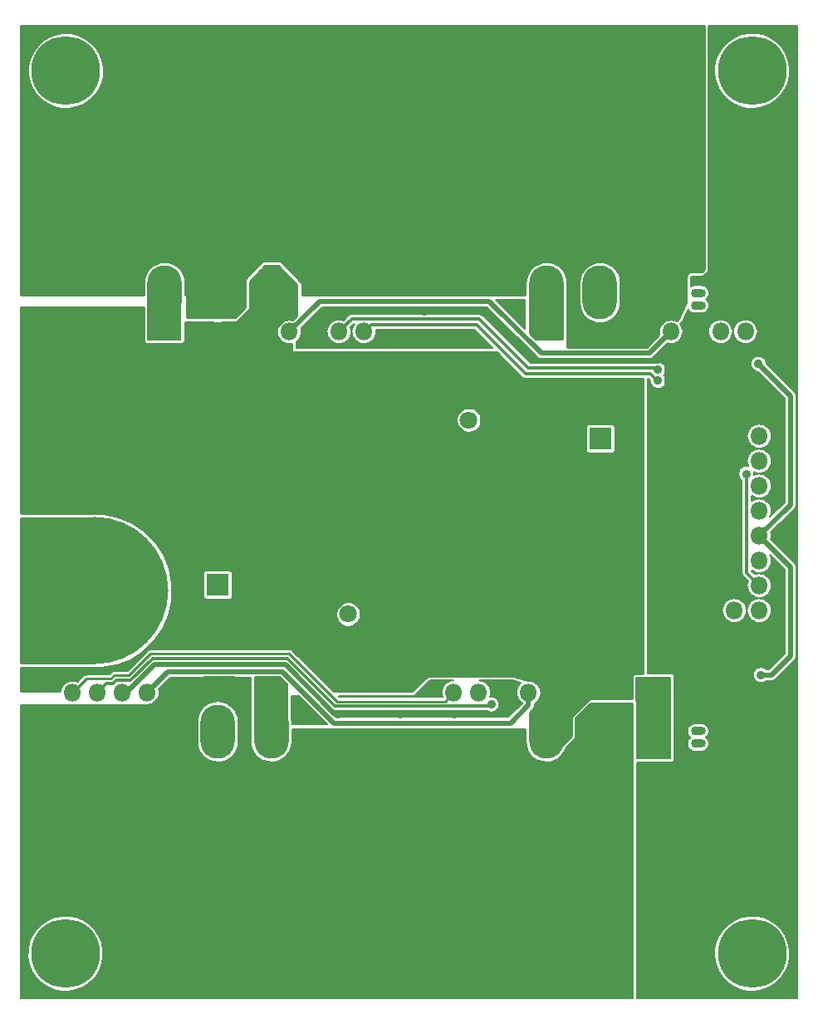
<source format=gbl>
G04 #@! TF.FileFunction,Copper,L2,Bot,Signal*
%FSLAX46Y46*%
G04 Gerber Fmt 4.6, Leading zero omitted, Abs format (unit mm)*
G04 Created by KiCad (PCBNEW 4.0.1-stable) date 30.08.2016 22:59:34*
%MOMM*%
G01*
G04 APERTURE LIST*
%ADD10C,0.100000*%
%ADD11R,1.800000X1.800000*%
%ADD12O,1.800000X1.800000*%
%ADD13O,3.500120X5.501640*%
%ADD14C,1.800000*%
%ADD15C,7.000000*%
%ADD16O,1.501140X0.899160*%
%ADD17R,3.200000X2.600000*%
%ADD18R,2.300000X2.300000*%
%ADD19C,2.300000*%
%ADD20C,15.000000*%
%ADD21C,0.700000*%
%ADD22C,0.900000*%
%ADD23C,0.500000*%
%ADD24C,0.250000*%
%ADD25C,0.300000*%
%ADD26C,1.000000*%
%ADD27C,1.800000*%
%ADD28C,0.254000*%
%ADD29C,0.200000*%
G04 APERTURE END LIST*
D10*
D11*
X164900000Y-118400000D03*
D12*
X154740000Y-118400000D03*
X152200000Y-118400000D03*
X149660000Y-118400000D03*
X147120000Y-118400000D03*
X144580000Y-118400000D03*
D13*
X159470000Y-77600000D03*
X154020000Y-77600000D03*
X164920000Y-77600000D03*
X120530000Y-77600000D03*
X115080000Y-77600000D03*
X125980000Y-77600000D03*
X120530000Y-122400000D03*
X125980000Y-122400000D03*
X115080000Y-122400000D03*
X159470000Y-122400000D03*
X164920000Y-122400000D03*
X154020000Y-122400000D03*
D14*
X133800000Y-110400000D03*
X133800000Y-102900000D03*
D15*
X105000000Y-55000000D03*
X105000000Y-145000000D03*
X175000000Y-55000000D03*
X175000000Y-145000000D03*
D16*
X169500000Y-77670000D03*
X169500000Y-78940000D03*
X169500000Y-76400000D03*
X169500000Y-122330000D03*
X169500000Y-123600000D03*
X169500000Y-121060000D03*
D14*
X146100000Y-90600000D03*
X146100000Y-98100000D03*
D17*
X159500000Y-89200000D03*
X159500000Y-82000000D03*
X120700000Y-110800000D03*
X120700000Y-118000000D03*
D11*
X173180000Y-92250000D03*
D12*
X175720000Y-92250000D03*
X173180000Y-94790000D03*
X175720000Y-94790000D03*
X173180000Y-97330000D03*
X175720000Y-97330000D03*
X173180000Y-99870000D03*
X175720000Y-99870000D03*
X173180000Y-102410000D03*
X175720000Y-102410000D03*
X173180000Y-104950000D03*
X175720000Y-104950000D03*
X173180000Y-107490000D03*
X175720000Y-107490000D03*
X173180000Y-110030000D03*
X175720000Y-110030000D03*
D18*
X159500000Y-92500000D03*
D19*
X159500000Y-107500000D03*
D18*
X120500000Y-107400000D03*
D19*
X120500000Y-92400000D03*
D11*
X154000000Y-81600000D03*
D12*
X164160000Y-81600000D03*
X166700000Y-81600000D03*
X169240000Y-81600000D03*
X171780000Y-81600000D03*
X174320000Y-81600000D03*
D11*
X115100000Y-81600000D03*
D12*
X125260000Y-81600000D03*
X127800000Y-81600000D03*
X130340000Y-81600000D03*
X132880000Y-81600000D03*
X135420000Y-81600000D03*
D11*
X126000000Y-118400000D03*
D12*
X115840000Y-118400000D03*
X113300000Y-118400000D03*
X110760000Y-118400000D03*
X108220000Y-118400000D03*
X105680000Y-118400000D03*
D20*
X108000000Y-108000000D03*
D21*
X108000000Y-102000000D03*
X105000000Y-102803848D03*
X102803848Y-105000000D03*
X102000000Y-108000000D03*
X102803848Y-111000000D03*
X105000000Y-113196152D03*
X108000000Y-114000000D03*
X111000000Y-113196152D03*
X113196152Y-111000000D03*
X114000000Y-108000000D03*
X113196152Y-105000000D03*
X111000000Y-102803848D03*
D20*
X108000000Y-92000000D03*
D21*
X108000000Y-86000000D03*
X105000000Y-86803848D03*
X102803848Y-89000000D03*
X102000000Y-92000000D03*
X102803848Y-95000000D03*
X105000000Y-97196152D03*
X108000000Y-98000000D03*
X111000000Y-97196152D03*
X113196152Y-95000000D03*
X114000000Y-92000000D03*
X113196152Y-89000000D03*
X111000000Y-86803848D03*
D20*
X108000000Y-68000000D03*
D21*
X108000000Y-62000000D03*
X105000000Y-62803848D03*
X102803848Y-65000000D03*
X102000000Y-68000000D03*
X102803848Y-71000000D03*
X105000000Y-73196152D03*
X108000000Y-74000000D03*
X111000000Y-73196152D03*
X113196152Y-71000000D03*
X114000000Y-68000000D03*
X113196152Y-65000000D03*
X111000000Y-62803848D03*
D20*
X108000000Y-132000000D03*
D21*
X108000000Y-126000000D03*
X105000000Y-126803848D03*
X102803848Y-129000000D03*
X102000000Y-132000000D03*
X102803848Y-135000000D03*
X105000000Y-137196152D03*
X108000000Y-138000000D03*
X111000000Y-137196152D03*
X113196152Y-135000000D03*
X114000000Y-132000000D03*
X113196152Y-129000000D03*
X111000000Y-126803848D03*
D22*
X175638088Y-84888742D03*
X175900000Y-116600000D03*
X166300000Y-84400000D03*
X146800001Y-82100000D03*
X147600000Y-79600000D03*
X150300000Y-82200000D03*
X141600000Y-79499980D03*
X142900000Y-118400000D03*
X169700000Y-106500000D03*
X132800000Y-120600000D03*
X172100000Y-117600000D03*
X171000000Y-115200000D03*
X164700000Y-111800000D03*
X167900000Y-108600000D03*
X165900000Y-110500000D03*
X171100000Y-110000000D03*
X169300000Y-111700000D03*
X167600000Y-113400000D03*
X165700000Y-88400000D03*
X176000000Y-115300000D03*
X176800000Y-117600000D03*
X179000000Y-116100000D03*
X177900000Y-114100000D03*
X167700000Y-117500000D03*
X137400000Y-82000000D03*
X144600000Y-120600000D03*
X139100000Y-120600000D03*
X128900000Y-120800000D03*
X150800000Y-79400000D03*
X165900000Y-115200000D03*
X165399980Y-85500020D03*
X148399998Y-119600000D03*
X128400000Y-131525000D03*
X128400000Y-128450000D03*
X128400000Y-127425000D03*
X128400000Y-129475000D03*
X128400000Y-134600000D03*
X128400000Y-137675000D03*
X128400000Y-136650000D03*
X128400000Y-133575000D03*
X128400000Y-135625000D03*
X127500000Y-137175000D03*
X127500000Y-136150000D03*
X127500000Y-135125000D03*
X127500000Y-134100000D03*
X127500000Y-133075000D03*
X127500000Y-132050000D03*
X127500000Y-131025000D03*
X127500000Y-128975000D03*
X127500000Y-127950000D03*
X127500000Y-126925000D03*
X128400000Y-132550000D03*
X147600000Y-125725000D03*
X147600000Y-127775000D03*
X147600000Y-126750000D03*
X148500000Y-126225000D03*
X148500000Y-136475000D03*
X147600000Y-135975000D03*
X147600000Y-131875000D03*
X148500000Y-131350000D03*
X148500000Y-132375000D03*
X147600000Y-128800000D03*
X148500000Y-130325000D03*
X148500000Y-129300000D03*
X147600000Y-129825000D03*
X148500000Y-128275000D03*
X147600000Y-133925000D03*
X147600000Y-134950000D03*
X148500000Y-135450000D03*
X148500000Y-134425000D03*
X148500000Y-127250000D03*
X147600000Y-130850000D03*
X147600000Y-124700000D03*
X148500000Y-125200000D03*
X148500000Y-137500000D03*
X147600000Y-138000000D03*
X147600000Y-137000000D03*
X147600000Y-132900000D03*
X148500000Y-133400000D03*
X160800000Y-129450000D03*
X160800000Y-128425000D03*
X160800000Y-130475000D03*
X160800000Y-127400000D03*
X160800000Y-126375000D03*
X160800000Y-125350000D03*
X160800000Y-131500000D03*
X160800000Y-132525000D03*
X160800000Y-133550000D03*
X160800000Y-134575000D03*
X160800000Y-136625000D03*
X160800000Y-135600000D03*
X160800000Y-137650000D03*
X158800000Y-135550000D03*
X158800000Y-136575000D03*
X158800000Y-137600000D03*
X158800000Y-134525000D03*
X158800000Y-132475000D03*
X158800000Y-131450000D03*
X158800000Y-133500000D03*
X158800000Y-125300000D03*
X158800000Y-127350000D03*
X158800000Y-126325000D03*
X158800000Y-129400000D03*
X158800000Y-128375000D03*
X158800000Y-130425000D03*
X128400000Y-125400000D03*
X128400000Y-130500000D03*
X128400000Y-126400000D03*
X128400000Y-138700000D03*
X127500000Y-138200000D03*
X127500000Y-130000000D03*
X127500000Y-125900000D03*
X115600000Y-126100000D03*
X115600000Y-127125000D03*
X115600000Y-128150000D03*
X115600000Y-129175000D03*
X115600000Y-130200000D03*
X115600000Y-131225000D03*
X115600000Y-132250000D03*
X115600000Y-135325000D03*
X115600000Y-134300000D03*
X115600000Y-133275000D03*
X115600000Y-136350000D03*
X115600000Y-137375000D03*
X115600000Y-138400000D03*
X117200000Y-138400000D03*
X117200000Y-137375000D03*
X117200000Y-136350000D03*
X117200000Y-135325000D03*
X117200000Y-134300000D03*
X117200000Y-133275000D03*
X117200000Y-132250000D03*
X117200000Y-131225000D03*
X117200000Y-130200000D03*
X117200000Y-129175000D03*
X117200000Y-128150000D03*
X117200000Y-127125000D03*
X117200000Y-126100000D03*
X153900000Y-73900000D03*
X166000000Y-67000000D03*
X166000000Y-68000000D03*
X166000000Y-69000000D03*
X166000000Y-70000000D03*
X166000000Y-71000000D03*
X166000000Y-72000000D03*
X166000000Y-73000000D03*
X166000000Y-74000000D03*
X166000000Y-65000000D03*
X166000000Y-66000000D03*
X153918692Y-72955880D03*
X153118692Y-73455880D03*
X153118692Y-63455880D03*
X153918692Y-64955880D03*
X153118692Y-64455880D03*
X153918692Y-63955880D03*
X153918692Y-61955880D03*
X153918692Y-62955880D03*
X153118692Y-62455880D03*
X153118692Y-61455880D03*
X153918692Y-70955880D03*
X153918692Y-71955880D03*
X153118692Y-71455880D03*
X153118692Y-70455880D03*
X153118692Y-72455880D03*
X153918692Y-67955880D03*
X153118692Y-67455880D03*
X153118692Y-68455880D03*
X153118692Y-69455880D03*
X153918692Y-69955880D03*
X153918692Y-68955880D03*
X153918692Y-65955880D03*
X153918692Y-66955880D03*
X153118692Y-65455880D03*
X153118692Y-66455880D03*
X166000000Y-64000000D03*
X166000000Y-63000000D03*
X166000000Y-62000000D03*
X164200000Y-63000000D03*
X164200000Y-62000000D03*
X164200000Y-64000000D03*
X164200000Y-70000000D03*
X164200000Y-69000000D03*
X164200000Y-67000000D03*
X164200000Y-68000000D03*
X164200000Y-65000000D03*
X164200000Y-66000000D03*
X164200000Y-74000000D03*
X164200000Y-72000000D03*
X164200000Y-73000000D03*
X164200000Y-71000000D03*
X132100000Y-61700000D03*
X132100000Y-62700000D03*
X132100000Y-63700000D03*
X132100000Y-64700000D03*
X132100000Y-65700000D03*
X132100000Y-66700000D03*
X132100000Y-67700000D03*
X132100000Y-68700000D03*
X132100000Y-69700000D03*
X132100000Y-70700000D03*
X132100000Y-71700000D03*
X132100000Y-72700000D03*
X132100000Y-73700000D03*
X132100000Y-74700000D03*
X131300000Y-74200000D03*
X131300000Y-73200000D03*
X131300000Y-72200000D03*
X131300000Y-71200000D03*
X131300000Y-70200000D03*
X131300000Y-69200000D03*
X131300000Y-68200000D03*
X131300000Y-67200000D03*
X131300000Y-66200000D03*
X131300000Y-65200000D03*
X131300000Y-64200000D03*
X131300000Y-63200000D03*
X131300000Y-62200000D03*
X119300000Y-74200000D03*
X119300000Y-73200000D03*
X119300000Y-72200000D03*
X119300000Y-71200000D03*
X119300000Y-70200000D03*
X119300000Y-69200000D03*
X119300000Y-68200000D03*
X119300000Y-67200000D03*
X119300000Y-66200000D03*
X119300000Y-65200000D03*
X119300000Y-64200000D03*
X119300000Y-63200000D03*
X119300000Y-62200000D03*
X121100000Y-62200000D03*
X121100000Y-74200000D03*
X121100000Y-72200000D03*
X121100000Y-70200000D03*
X121100000Y-68200000D03*
X121100000Y-66200000D03*
X121100000Y-64200000D03*
X121100000Y-73200000D03*
X121100000Y-71200000D03*
X121100000Y-69200000D03*
X121100000Y-67200000D03*
X121100000Y-65200000D03*
X121100000Y-63200000D03*
X165399980Y-86600033D03*
X174400000Y-96099990D03*
D23*
X127800000Y-81600000D02*
X130900000Y-78500000D01*
X130900000Y-78500000D02*
X148200000Y-78500000D01*
X148200000Y-78500000D02*
X153500000Y-83800000D01*
X153500000Y-83800000D02*
X164500000Y-83800000D01*
X164500000Y-83800000D02*
X166700000Y-81600000D01*
X175638088Y-84888742D02*
X178900000Y-88150654D01*
X178900000Y-88150654D02*
X178900000Y-99230000D01*
X178900000Y-99230000D02*
X175720000Y-102410000D01*
X115410001Y-116249999D02*
X115410001Y-116289999D01*
X115410001Y-116289999D02*
X113300000Y-118400000D01*
X115410001Y-116249999D02*
X127111493Y-116249999D01*
X127111493Y-116249999D02*
X132361514Y-121500022D01*
X132361514Y-121500022D02*
X150372770Y-121500022D01*
X150372770Y-121500022D02*
X152200000Y-119672792D01*
X152200000Y-119672792D02*
X152200000Y-118400000D01*
X175720000Y-102410000D02*
X178900000Y-105590000D01*
X177000000Y-116600000D02*
X175900000Y-116600000D01*
X178900000Y-105590000D02*
X178900000Y-114700000D01*
X178900000Y-114700000D02*
X177000000Y-116600000D01*
X150300000Y-82200000D02*
X152700000Y-84600000D01*
X165663604Y-84400000D02*
X166300000Y-84400000D01*
X152700000Y-84600000D02*
X165463604Y-84600000D01*
X165463604Y-84600000D02*
X165663604Y-84400000D01*
X165700000Y-88400000D02*
X165700000Y-87800000D01*
X166300000Y-87200000D02*
X166300000Y-84400000D01*
X165700000Y-87800000D02*
X166300000Y-87200000D01*
X166300000Y-84400000D02*
X166440000Y-84400000D01*
X166440000Y-84400000D02*
X169240000Y-81600000D01*
X141600000Y-79499980D02*
X141599980Y-79500000D01*
X141599980Y-79500000D02*
X132440000Y-79500000D01*
X132440000Y-79500000D02*
X130340000Y-81600000D01*
X146700001Y-82000000D02*
X146800001Y-82100000D01*
X137400000Y-82000000D02*
X146700001Y-82000000D01*
X147700000Y-79600000D02*
X147600000Y-79600000D01*
X150300000Y-82200000D02*
X147700000Y-79600000D01*
X147499980Y-79499980D02*
X147600000Y-79600000D01*
X141600000Y-79499980D02*
X147499980Y-79499980D01*
D24*
X176000000Y-115300000D02*
X176700000Y-115300000D01*
X176700000Y-115300000D02*
X177900000Y-114100000D01*
D25*
X173180000Y-91250000D02*
X173180000Y-85540000D01*
X173180000Y-85540000D02*
X170840000Y-83200000D01*
X170840000Y-83200000D02*
X169240000Y-81600000D01*
D23*
X132800000Y-120600000D02*
X132451457Y-120600000D01*
X114050012Y-115549988D02*
X111200000Y-118400000D01*
X111200000Y-118400000D02*
X111000000Y-118400000D01*
X132451457Y-120600000D02*
X127401445Y-115549988D01*
X111000000Y-118400000D02*
X110760000Y-118400000D01*
X127401445Y-115549988D02*
X114050012Y-115549988D01*
X144600000Y-120600000D02*
X145236396Y-120600000D01*
X145236398Y-120600002D02*
X148932002Y-120600002D01*
X148932002Y-120600002D02*
X149660000Y-119872004D01*
X149660000Y-119672792D02*
X149660000Y-118400000D01*
X145236396Y-120600000D02*
X145236398Y-120600002D01*
X149660000Y-119872004D02*
X149660000Y-119672792D01*
X143963604Y-120600000D02*
X143963592Y-120600012D01*
X139736396Y-120600000D02*
X139100000Y-120600000D01*
X144600000Y-120600000D02*
X143963604Y-120600000D01*
X139736408Y-120600012D02*
X139736396Y-120600000D01*
X143963592Y-120600012D02*
X139736408Y-120600012D01*
X132800000Y-120600000D02*
X139100000Y-120600000D01*
D24*
X164700000Y-111800000D02*
X165900000Y-113000000D01*
X165900000Y-113000000D02*
X165900000Y-115200000D01*
X165900000Y-110500000D02*
X166000000Y-110500000D01*
X166000000Y-110500000D02*
X167900000Y-108600000D01*
X167600000Y-113400000D02*
X169300000Y-111700000D01*
X176800000Y-117600000D02*
X176600000Y-117800000D01*
X176600000Y-117800000D02*
X168000000Y-117800000D01*
X168000000Y-117800000D02*
X167700000Y-117500000D01*
X169500000Y-121060000D02*
X169500000Y-117000000D01*
X169500000Y-117000000D02*
X167700000Y-115200000D01*
X167700000Y-115200000D02*
X165900000Y-115200000D01*
D25*
X171100000Y-76600000D02*
X170900000Y-76400000D01*
X170900000Y-76400000D02*
X169500000Y-76400000D01*
X171100000Y-79900000D02*
X171100000Y-76600000D01*
D23*
X165900000Y-114770000D02*
X173180000Y-107490000D01*
X165900000Y-115200000D02*
X165900000Y-114770000D01*
D26*
X173180000Y-104950000D02*
X173180000Y-107490000D01*
X173180000Y-102410000D02*
X173180000Y-104950000D01*
X173180000Y-99870000D02*
X173180000Y-102410000D01*
X173180000Y-97330000D02*
X173180000Y-99870000D01*
X173180000Y-94790000D02*
X173180000Y-97330000D01*
X173180000Y-92250000D02*
X173180000Y-94790000D01*
D23*
X108000000Y-109000000D02*
X108000000Y-111600000D01*
X108000000Y-109000000D02*
X108000000Y-106400000D01*
X108000000Y-109000000D02*
X107900000Y-109000000D01*
X108000000Y-109000000D02*
X107800000Y-109000000D01*
D24*
X124600000Y-93000000D02*
X124300000Y-93000000D01*
X124300000Y-92000000D02*
X124300000Y-93000000D01*
D23*
X154000000Y-89200000D02*
X154000000Y-90200000D01*
D25*
X118000000Y-95400000D02*
X120500000Y-92900000D01*
D23*
X156000000Y-108000000D02*
X156000000Y-117140000D01*
X156000000Y-117140000D02*
X154740000Y-118400000D01*
X146100000Y-98100000D02*
X154000000Y-90200000D01*
X154000000Y-89200000D02*
X159500000Y-89200000D01*
X146100000Y-98100000D02*
X156000000Y-108000000D01*
X156000000Y-108000000D02*
X159500000Y-108000000D01*
X133800000Y-102900000D02*
X141300000Y-102900000D01*
X141300000Y-102900000D02*
X146100000Y-98100000D01*
D25*
X125260000Y-81600000D02*
X125260000Y-80327208D01*
X125260000Y-80327208D02*
X125980000Y-79607208D01*
X125980000Y-79607208D02*
X125980000Y-77600000D01*
D24*
X124600000Y-92000000D02*
X124300000Y-92000000D01*
X124300000Y-93000000D02*
X119600000Y-93000000D01*
D25*
X125260000Y-81600000D02*
X124360001Y-82499999D01*
X124360001Y-82499999D02*
X124360001Y-91939999D01*
X124360001Y-91939999D02*
X124300000Y-92000000D01*
X154740000Y-118400000D02*
X154740000Y-119672792D01*
X154740000Y-119672792D02*
X154020000Y-120392792D01*
X154020000Y-120392792D02*
X154020000Y-122400000D01*
X154020000Y-121399240D02*
X154020000Y-122400000D01*
D24*
X132500000Y-100900000D02*
X132500000Y-102400000D01*
X132500000Y-102400000D02*
X133700000Y-103600000D01*
D25*
X118000000Y-95400000D02*
X118000000Y-109900000D01*
X118000000Y-109900000D02*
X118900000Y-110800000D01*
X118900000Y-110800000D02*
X119200000Y-110800000D01*
D23*
X108000000Y-92000000D02*
X119000000Y-92000000D01*
X119000000Y-92000000D02*
X120000000Y-93000000D01*
D24*
X132500000Y-100900000D02*
X124600000Y-93000000D01*
D25*
X134180000Y-80300000D02*
X147200000Y-80300000D01*
X132880000Y-81600000D02*
X134180000Y-80300000D01*
X152200000Y-85300000D02*
X165199960Y-85300000D01*
X147200000Y-80300000D02*
X152200000Y-85300000D01*
X165199960Y-85300000D02*
X165399980Y-85500020D01*
X148399998Y-119600000D02*
X148400000Y-119600000D01*
X111601459Y-117149999D02*
X110159999Y-117149999D01*
X148400000Y-119600000D02*
X148224989Y-119775011D01*
X110159999Y-117149999D02*
X109809997Y-117500001D01*
X148224989Y-119775011D02*
X132475011Y-119775011D01*
X132475011Y-119775011D02*
X127600000Y-114900000D01*
X127600000Y-114900000D02*
X113851458Y-114900000D01*
X113851458Y-114900000D02*
X111601459Y-117149999D01*
X109809997Y-117500001D02*
X109119999Y-117500001D01*
X109119999Y-117500001D02*
X108220000Y-118400000D01*
X147600000Y-132900000D02*
X147600000Y-124700000D01*
X148500000Y-133400000D02*
X148500000Y-125200000D01*
X148500000Y-137500000D02*
X148500000Y-133400000D01*
X147600000Y-137000000D02*
X147600000Y-132900000D01*
X128400000Y-126400000D02*
X128400000Y-130500000D01*
X128400000Y-130500000D02*
X128400000Y-138700000D01*
X127500000Y-130000000D02*
X127500000Y-138200000D01*
X127500000Y-125900000D02*
X127500000Y-130000000D01*
X117200000Y-126100000D02*
X127300000Y-126100000D01*
X115600000Y-138400000D02*
X117200000Y-138400000D01*
X115600000Y-137375000D02*
X115600000Y-138400000D01*
X115600000Y-136350000D02*
X115600000Y-137375000D01*
X115600000Y-135325000D02*
X115600000Y-136350000D01*
X115600000Y-134300000D02*
X115600000Y-135325000D01*
X115600000Y-133275000D02*
X115600000Y-134300000D01*
X115600000Y-132250000D02*
X115600000Y-133275000D01*
X115600000Y-131225000D02*
X115600000Y-132250000D01*
X115600000Y-130200000D02*
X115600000Y-131225000D01*
X115600000Y-129175000D02*
X115600000Y-130200000D01*
X115600000Y-128150000D02*
X115600000Y-129175000D01*
X115600000Y-127125000D02*
X115600000Y-128150000D01*
X115600000Y-126100000D02*
X115600000Y-127125000D01*
X115080000Y-122400000D02*
X115080000Y-125580000D01*
X115080000Y-125580000D02*
X115600000Y-126100000D01*
X115700000Y-130200000D02*
X115700000Y-129400000D01*
X115700000Y-131400000D02*
X115600000Y-131300000D01*
X115300000Y-133300000D02*
X115500000Y-133100000D01*
X117300000Y-136200000D02*
X117300000Y-137200000D01*
X117200000Y-134100000D02*
X117200000Y-135200000D01*
X117200000Y-132200000D02*
X117200000Y-133200000D01*
X117200000Y-130200000D02*
X117200000Y-131200000D01*
X117200000Y-128200000D02*
X117200000Y-129200000D01*
X117200000Y-126100000D02*
X117200000Y-127200000D01*
D27*
X116240000Y-118400000D02*
X115900000Y-118740000D01*
X115900000Y-118740000D02*
X115900000Y-121580000D01*
X115900000Y-121580000D02*
X115080000Y-122400000D01*
X116240000Y-118400000D02*
X118800000Y-118400000D01*
X118800000Y-118400000D02*
X119200000Y-118000000D01*
D25*
X119000000Y-118200000D02*
X119200000Y-118000000D01*
X114200000Y-121120000D02*
X115080000Y-122000000D01*
X115080000Y-122000000D02*
X115080000Y-123000760D01*
X115080000Y-123000760D02*
X115499999Y-123420759D01*
X115499999Y-123420759D02*
X115499999Y-124500001D01*
X115499999Y-124500001D02*
X108000000Y-132000000D01*
X159470000Y-122000000D02*
X159470000Y-125050820D01*
X159470000Y-125050820D02*
X152520820Y-132000000D01*
X152520820Y-132000000D02*
X108000000Y-132000000D01*
D24*
X107494000Y-128750000D02*
X107000000Y-128750000D01*
X114071067Y-128750000D02*
X107000000Y-128750000D01*
D25*
X159500000Y-82000000D02*
X163760000Y-82000000D01*
X163760000Y-82000000D02*
X164160000Y-81600000D01*
X164160000Y-81600000D02*
X164160000Y-80327208D01*
X164160000Y-80327208D02*
X164920000Y-79567208D01*
X164920000Y-79567208D02*
X164920000Y-77600000D01*
X166000000Y-67000000D02*
X166000000Y-68000000D01*
X166000000Y-71000000D02*
X166000000Y-72000000D01*
X153918692Y-69955880D02*
X153918692Y-68955880D01*
X153918692Y-67955880D02*
X153918692Y-66955880D01*
X153918692Y-72955880D02*
X153918692Y-71955880D01*
X153918692Y-65955880D02*
X153918692Y-64955880D01*
X153918692Y-63955880D02*
X153918692Y-62955880D01*
X166000000Y-63000000D02*
X166000000Y-62000000D01*
X166000000Y-63000000D02*
X166000000Y-64000000D01*
X132100000Y-62700000D02*
X132100000Y-61700000D01*
X131300000Y-72200000D02*
X131300000Y-73200000D01*
X131300000Y-70200000D02*
X131300000Y-71200000D01*
X131300000Y-68200000D02*
X131300000Y-69200000D01*
X131300000Y-66200000D02*
X131300000Y-67200000D01*
X131300000Y-63200000D02*
X131300000Y-64200000D01*
X121100000Y-63200000D02*
X121100000Y-62200000D01*
X121100000Y-71200000D02*
X121100000Y-72200000D01*
X121100000Y-67200000D02*
X121100000Y-68200000D01*
X121100000Y-63200000D02*
X121100000Y-64200000D01*
X120530000Y-77600000D02*
X120530000Y-76599240D01*
X164200000Y-68700000D02*
X164920000Y-69420000D01*
X120530000Y-76599240D02*
X128429240Y-68700000D01*
X128429240Y-68700000D02*
X164200000Y-68700000D01*
X164920000Y-69420000D02*
X164920000Y-77600000D01*
X164920000Y-76599240D02*
X164920000Y-77600000D01*
X108000000Y-67000000D02*
X118606601Y-67000000D01*
X118606601Y-67000000D02*
X120530000Y-68923399D01*
X120530000Y-68923399D02*
X120530000Y-78000000D01*
X154700000Y-78280000D02*
X154020000Y-77600000D01*
X154020000Y-81560000D02*
X154060000Y-81600000D01*
X115080000Y-77600000D02*
X115080000Y-80650820D01*
X115080000Y-80650820D02*
X115100000Y-80670820D01*
X115100000Y-80670820D02*
X115100000Y-81600000D01*
D27*
X126400000Y-118400000D02*
X126400000Y-121980000D01*
X126400000Y-121980000D02*
X125980000Y-122400000D01*
D25*
X164100000Y-117700000D02*
X164920000Y-118520000D01*
X164920000Y-118520000D02*
X164920000Y-122400000D01*
X164920000Y-122000000D02*
X165000000Y-121920000D01*
X165399980Y-86600033D02*
X165300033Y-86600033D01*
X165300033Y-86600033D02*
X164600000Y-85900000D01*
X164600000Y-85900000D02*
X151900000Y-85900000D01*
X136120000Y-80900000D02*
X135420000Y-81600000D01*
X151900000Y-85900000D02*
X146900000Y-80900000D01*
X146900000Y-80900000D02*
X136120000Y-80900000D01*
D24*
X105680000Y-118400000D02*
X107080000Y-117000000D01*
X109998233Y-116600000D02*
X111479691Y-116600000D01*
X109598233Y-117000000D02*
X109998233Y-116600000D01*
X113679691Y-114400000D02*
X127800000Y-114400000D01*
X107080000Y-117000000D02*
X109598233Y-117000000D01*
X132700000Y-119300000D02*
X143680000Y-119300000D01*
X111479691Y-116600000D02*
X113679691Y-114400000D01*
X127800000Y-114400000D02*
X132700000Y-119300000D01*
X143680000Y-119300000D02*
X144580000Y-118400000D01*
D25*
X175720000Y-107490000D02*
X174450008Y-106220008D01*
X174450008Y-106220008D02*
X174450008Y-96250008D01*
X174450008Y-96250008D02*
X174400000Y-96200000D01*
X174400000Y-96200000D02*
X174400000Y-96099990D01*
D28*
G36*
X170073000Y-75247394D02*
X169847394Y-75473000D01*
X168700000Y-75473000D01*
X168664619Y-75478028D01*
X168632039Y-75492714D01*
X168610197Y-75510197D01*
X168310197Y-75810197D01*
X168288734Y-75838771D01*
X168276082Y-75872193D01*
X168273000Y-75900000D01*
X168273000Y-78573049D01*
X167492076Y-80330128D01*
X167340963Y-80498678D01*
X167209243Y-80426264D01*
X166971682Y-80350906D01*
X166724009Y-80323124D01*
X166706179Y-80323000D01*
X166693821Y-80323000D01*
X166445784Y-80347320D01*
X166207194Y-80419355D01*
X165987140Y-80536360D01*
X165794003Y-80693878D01*
X165635140Y-80885911D01*
X165516602Y-81105143D01*
X165442903Y-81343223D01*
X165416852Y-81591085D01*
X165439440Y-81839286D01*
X165470038Y-81943250D01*
X164240288Y-83173000D01*
X156127000Y-83173000D01*
X156127000Y-82676381D01*
X156147298Y-82646674D01*
X156177000Y-82500000D01*
X156177000Y-76629576D01*
X156168638Y-76584106D01*
X157342940Y-76584106D01*
X157342940Y-78615894D01*
X157383450Y-79029042D01*
X157503435Y-79426454D01*
X157698327Y-79792991D01*
X157960700Y-80114693D01*
X158280563Y-80379307D01*
X158645731Y-80576752D01*
X159042295Y-80699509D01*
X159455150Y-80742902D01*
X159868571Y-80705278D01*
X160266811Y-80588070D01*
X160634700Y-80395742D01*
X160958226Y-80135620D01*
X161225066Y-79817613D01*
X161425056Y-79453832D01*
X161550579Y-79058135D01*
X161596853Y-78645592D01*
X161597060Y-78615894D01*
X161597060Y-76584106D01*
X161556550Y-76170958D01*
X161436565Y-75773546D01*
X161241673Y-75407009D01*
X160979300Y-75085307D01*
X160659437Y-74820693D01*
X160294269Y-74623248D01*
X159897705Y-74500491D01*
X159484850Y-74457098D01*
X159071429Y-74494722D01*
X158673189Y-74611930D01*
X158305300Y-74804258D01*
X157981774Y-75064380D01*
X157714934Y-75382387D01*
X157514944Y-75746168D01*
X157389421Y-76141865D01*
X157343147Y-76554408D01*
X157342940Y-76584106D01*
X156168638Y-76584106D01*
X156152331Y-76495443D01*
X156135802Y-76469286D01*
X156106550Y-76170958D01*
X155986565Y-75773546D01*
X155791673Y-75407009D01*
X155529300Y-75085307D01*
X155209437Y-74820693D01*
X154844269Y-74623248D01*
X154447705Y-74500491D01*
X154034850Y-74457098D01*
X153621429Y-74494722D01*
X153223189Y-74611930D01*
X152855300Y-74804258D01*
X152531774Y-75064380D01*
X152264934Y-75382387D01*
X152064944Y-75746168D01*
X151939421Y-76141865D01*
X151914656Y-76362654D01*
X151852702Y-76453326D01*
X151823000Y-76600000D01*
X151823000Y-77873000D01*
X129127000Y-77873000D01*
X129127000Y-76700000D01*
X129121972Y-76664619D01*
X129107286Y-76632039D01*
X129089803Y-76610197D01*
X126889803Y-74410197D01*
X126861229Y-74388734D01*
X126827807Y-74376082D01*
X126800000Y-74373000D01*
X125200000Y-74373000D01*
X125164619Y-74378028D01*
X125132039Y-74392714D01*
X125110197Y-74410197D01*
X123310197Y-76210197D01*
X123288734Y-76238771D01*
X123276082Y-76272193D01*
X123273000Y-76300000D01*
X123273000Y-79147394D01*
X122247394Y-80173000D01*
X117327000Y-80173000D01*
X117327000Y-78000000D01*
X117321972Y-77964619D01*
X117307286Y-77932039D01*
X117284105Y-77904840D01*
X117254264Y-77885177D01*
X117220127Y-77874605D01*
X117207060Y-77873563D01*
X117207060Y-76584106D01*
X117166550Y-76170958D01*
X117046565Y-75773546D01*
X116851673Y-75407009D01*
X116589300Y-75085307D01*
X116269437Y-74820693D01*
X115904269Y-74623248D01*
X115507705Y-74500491D01*
X115094850Y-74457098D01*
X114681429Y-74494722D01*
X114283189Y-74611930D01*
X113915300Y-74804258D01*
X113591774Y-75064380D01*
X113324934Y-75382387D01*
X113124944Y-75746168D01*
X112999421Y-76141865D01*
X112953147Y-76554408D01*
X112952940Y-76584106D01*
X112952940Y-77452978D01*
X112952702Y-77453326D01*
X112923000Y-77600000D01*
X112923000Y-77873000D01*
X100427000Y-77873000D01*
X100427000Y-55325989D01*
X101117904Y-55325989D01*
X101255156Y-56073817D01*
X101535048Y-56780743D01*
X101946919Y-57419842D01*
X102475081Y-57966770D01*
X103099416Y-58400694D01*
X103796144Y-58705087D01*
X104538727Y-58868354D01*
X105298879Y-58884277D01*
X106047647Y-58752249D01*
X106756510Y-58477299D01*
X107398469Y-58069900D01*
X107949070Y-57545569D01*
X108387343Y-56924278D01*
X108696592Y-56229693D01*
X108865040Y-55488268D01*
X108877166Y-54619841D01*
X108729486Y-53874002D01*
X108439751Y-53171052D01*
X108018997Y-52537766D01*
X107483250Y-51998266D01*
X106852917Y-51573101D01*
X106152007Y-51278466D01*
X105407218Y-51125582D01*
X104646917Y-51120274D01*
X103900066Y-51262744D01*
X103195110Y-51547564D01*
X102558903Y-51963887D01*
X102015675Y-52495854D01*
X101586120Y-53123204D01*
X101286599Y-53822040D01*
X101128520Y-54565744D01*
X101117904Y-55325989D01*
X100427000Y-55325989D01*
X100427000Y-50427000D01*
X170073000Y-50427000D01*
X170073000Y-75247394D01*
X170073000Y-75247394D01*
G37*
X170073000Y-75247394D02*
X169847394Y-75473000D01*
X168700000Y-75473000D01*
X168664619Y-75478028D01*
X168632039Y-75492714D01*
X168610197Y-75510197D01*
X168310197Y-75810197D01*
X168288734Y-75838771D01*
X168276082Y-75872193D01*
X168273000Y-75900000D01*
X168273000Y-78573049D01*
X167492076Y-80330128D01*
X167340963Y-80498678D01*
X167209243Y-80426264D01*
X166971682Y-80350906D01*
X166724009Y-80323124D01*
X166706179Y-80323000D01*
X166693821Y-80323000D01*
X166445784Y-80347320D01*
X166207194Y-80419355D01*
X165987140Y-80536360D01*
X165794003Y-80693878D01*
X165635140Y-80885911D01*
X165516602Y-81105143D01*
X165442903Y-81343223D01*
X165416852Y-81591085D01*
X165439440Y-81839286D01*
X165470038Y-81943250D01*
X164240288Y-83173000D01*
X156127000Y-83173000D01*
X156127000Y-82676381D01*
X156147298Y-82646674D01*
X156177000Y-82500000D01*
X156177000Y-76629576D01*
X156168638Y-76584106D01*
X157342940Y-76584106D01*
X157342940Y-78615894D01*
X157383450Y-79029042D01*
X157503435Y-79426454D01*
X157698327Y-79792991D01*
X157960700Y-80114693D01*
X158280563Y-80379307D01*
X158645731Y-80576752D01*
X159042295Y-80699509D01*
X159455150Y-80742902D01*
X159868571Y-80705278D01*
X160266811Y-80588070D01*
X160634700Y-80395742D01*
X160958226Y-80135620D01*
X161225066Y-79817613D01*
X161425056Y-79453832D01*
X161550579Y-79058135D01*
X161596853Y-78645592D01*
X161597060Y-78615894D01*
X161597060Y-76584106D01*
X161556550Y-76170958D01*
X161436565Y-75773546D01*
X161241673Y-75407009D01*
X160979300Y-75085307D01*
X160659437Y-74820693D01*
X160294269Y-74623248D01*
X159897705Y-74500491D01*
X159484850Y-74457098D01*
X159071429Y-74494722D01*
X158673189Y-74611930D01*
X158305300Y-74804258D01*
X157981774Y-75064380D01*
X157714934Y-75382387D01*
X157514944Y-75746168D01*
X157389421Y-76141865D01*
X157343147Y-76554408D01*
X157342940Y-76584106D01*
X156168638Y-76584106D01*
X156152331Y-76495443D01*
X156135802Y-76469286D01*
X156106550Y-76170958D01*
X155986565Y-75773546D01*
X155791673Y-75407009D01*
X155529300Y-75085307D01*
X155209437Y-74820693D01*
X154844269Y-74623248D01*
X154447705Y-74500491D01*
X154034850Y-74457098D01*
X153621429Y-74494722D01*
X153223189Y-74611930D01*
X152855300Y-74804258D01*
X152531774Y-75064380D01*
X152264934Y-75382387D01*
X152064944Y-75746168D01*
X151939421Y-76141865D01*
X151914656Y-76362654D01*
X151852702Y-76453326D01*
X151823000Y-76600000D01*
X151823000Y-77873000D01*
X129127000Y-77873000D01*
X129127000Y-76700000D01*
X129121972Y-76664619D01*
X129107286Y-76632039D01*
X129089803Y-76610197D01*
X126889803Y-74410197D01*
X126861229Y-74388734D01*
X126827807Y-74376082D01*
X126800000Y-74373000D01*
X125200000Y-74373000D01*
X125164619Y-74378028D01*
X125132039Y-74392714D01*
X125110197Y-74410197D01*
X123310197Y-76210197D01*
X123288734Y-76238771D01*
X123276082Y-76272193D01*
X123273000Y-76300000D01*
X123273000Y-79147394D01*
X122247394Y-80173000D01*
X117327000Y-80173000D01*
X117327000Y-78000000D01*
X117321972Y-77964619D01*
X117307286Y-77932039D01*
X117284105Y-77904840D01*
X117254264Y-77885177D01*
X117220127Y-77874605D01*
X117207060Y-77873563D01*
X117207060Y-76584106D01*
X117166550Y-76170958D01*
X117046565Y-75773546D01*
X116851673Y-75407009D01*
X116589300Y-75085307D01*
X116269437Y-74820693D01*
X115904269Y-74623248D01*
X115507705Y-74500491D01*
X115094850Y-74457098D01*
X114681429Y-74494722D01*
X114283189Y-74611930D01*
X113915300Y-74804258D01*
X113591774Y-75064380D01*
X113324934Y-75382387D01*
X113124944Y-75746168D01*
X112999421Y-76141865D01*
X112953147Y-76554408D01*
X112952940Y-76584106D01*
X112952940Y-77452978D01*
X112952702Y-77453326D01*
X112923000Y-77600000D01*
X112923000Y-77873000D01*
X100427000Y-77873000D01*
X100427000Y-55325989D01*
X101117904Y-55325989D01*
X101255156Y-56073817D01*
X101535048Y-56780743D01*
X101946919Y-57419842D01*
X102475081Y-57966770D01*
X103099416Y-58400694D01*
X103796144Y-58705087D01*
X104538727Y-58868354D01*
X105298879Y-58884277D01*
X106047647Y-58752249D01*
X106756510Y-58477299D01*
X107398469Y-58069900D01*
X107949070Y-57545569D01*
X108387343Y-56924278D01*
X108696592Y-56229693D01*
X108865040Y-55488268D01*
X108877166Y-54619841D01*
X108729486Y-53874002D01*
X108439751Y-53171052D01*
X108018997Y-52537766D01*
X107483250Y-51998266D01*
X106852917Y-51573101D01*
X106152007Y-51278466D01*
X105407218Y-51125582D01*
X104646917Y-51120274D01*
X103900066Y-51262744D01*
X103195110Y-51547564D01*
X102558903Y-51963887D01*
X102015675Y-52495854D01*
X101586120Y-53123204D01*
X101286599Y-53822040D01*
X101128520Y-54565744D01*
X101117904Y-55325989D01*
X100427000Y-55325989D01*
X100427000Y-50427000D01*
X170073000Y-50427000D01*
X170073000Y-75247394D01*
D29*
G36*
X123850000Y-123600000D02*
X123873936Y-123727210D01*
X123917046Y-123794205D01*
X123919935Y-123823668D01*
X124038398Y-124216035D01*
X124230815Y-124577919D01*
X124489859Y-124895538D01*
X124805661Y-125156793D01*
X125166194Y-125351732D01*
X125557724Y-125472931D01*
X125965339Y-125515773D01*
X126373512Y-125478626D01*
X126766696Y-125362906D01*
X127129916Y-125173019D01*
X127449335Y-124916199D01*
X127712788Y-124602229D01*
X127910239Y-124243066D01*
X128034169Y-123852391D01*
X128079855Y-123445085D01*
X128080060Y-123415764D01*
X128080060Y-122100000D01*
X132358304Y-122100000D01*
X132359309Y-122100007D01*
X132359420Y-122100018D01*
X132359523Y-122100008D01*
X132361514Y-122100022D01*
X150372770Y-122100022D01*
X150372994Y-122100000D01*
X151919940Y-122100000D01*
X151919940Y-123415764D01*
X151959935Y-123823668D01*
X152078398Y-124216035D01*
X152270815Y-124577919D01*
X152529859Y-124895538D01*
X152845661Y-125156793D01*
X153206194Y-125351732D01*
X153597724Y-125472931D01*
X154005339Y-125515773D01*
X154413512Y-125478626D01*
X154806696Y-125362906D01*
X155169916Y-125173019D01*
X155489335Y-124916199D01*
X155752788Y-124602229D01*
X155950239Y-124243066D01*
X156020804Y-124020618D01*
X156970711Y-123070711D01*
X156987611Y-123048212D01*
X156997574Y-123021895D01*
X157000000Y-123000000D01*
X157000000Y-121041422D01*
X158541422Y-119500000D01*
X162800000Y-119500000D01*
X162800000Y-149600000D01*
X100400000Y-149600000D01*
X100400000Y-145323719D01*
X101144939Y-145323719D01*
X101281235Y-146066339D01*
X101559178Y-146768342D01*
X101968181Y-147402990D01*
X102492665Y-147946109D01*
X103112652Y-148377012D01*
X103804528Y-148679285D01*
X104541939Y-148841415D01*
X105296797Y-148857227D01*
X106040351Y-148726119D01*
X106744278Y-148453083D01*
X107381766Y-148048521D01*
X107928533Y-147527842D01*
X108363753Y-146910878D01*
X108670849Y-146221129D01*
X108838124Y-145484868D01*
X108850166Y-144622488D01*
X108703514Y-143881843D01*
X108415797Y-143183789D01*
X107997973Y-142554913D01*
X107465957Y-142019170D01*
X106840014Y-141596966D01*
X106143985Y-141304382D01*
X105404382Y-141152564D01*
X104649376Y-141147293D01*
X103907726Y-141288770D01*
X103207680Y-141571607D01*
X102575902Y-141985031D01*
X102036458Y-142513293D01*
X101609895Y-143136274D01*
X101312459Y-143830243D01*
X101155481Y-144568768D01*
X101144939Y-145323719D01*
X100400000Y-145323719D01*
X100400000Y-121384236D01*
X118429940Y-121384236D01*
X118429940Y-123415764D01*
X118469935Y-123823668D01*
X118588398Y-124216035D01*
X118780815Y-124577919D01*
X119039859Y-124895538D01*
X119355661Y-125156793D01*
X119716194Y-125351732D01*
X120107724Y-125472931D01*
X120515339Y-125515773D01*
X120923512Y-125478626D01*
X121316696Y-125362906D01*
X121679916Y-125173019D01*
X121999335Y-124916199D01*
X122262788Y-124602229D01*
X122460239Y-124243066D01*
X122584169Y-123852391D01*
X122629855Y-123445085D01*
X122630060Y-123415764D01*
X122630060Y-121384236D01*
X122590065Y-120976332D01*
X122471602Y-120583965D01*
X122279185Y-120222081D01*
X122020141Y-119904462D01*
X121704339Y-119643207D01*
X121343806Y-119448268D01*
X120952276Y-119327069D01*
X120544661Y-119284227D01*
X120136488Y-119321374D01*
X119743304Y-119437094D01*
X119380084Y-119626981D01*
X119060665Y-119883801D01*
X118797212Y-120197771D01*
X118599761Y-120556934D01*
X118475831Y-120947609D01*
X118430145Y-121354915D01*
X118429940Y-121384236D01*
X100400000Y-121384236D01*
X100400000Y-119700000D01*
X113300000Y-119700000D01*
X113327859Y-119696041D01*
X113353513Y-119684477D01*
X113374929Y-119666224D01*
X113390412Y-119642728D01*
X113390731Y-119641697D01*
X113548841Y-119626194D01*
X113782386Y-119555683D01*
X113997787Y-119441152D01*
X114186841Y-119286963D01*
X114342345Y-119098991D01*
X114458377Y-118884394D01*
X114530517Y-118651347D01*
X114556018Y-118408727D01*
X114533907Y-118165773D01*
X114499536Y-118048992D01*
X115698529Y-116849999D01*
X123850000Y-116849999D01*
X123850000Y-123600000D01*
X123850000Y-123600000D01*
G37*
X123850000Y-123600000D02*
X123873936Y-123727210D01*
X123917046Y-123794205D01*
X123919935Y-123823668D01*
X124038398Y-124216035D01*
X124230815Y-124577919D01*
X124489859Y-124895538D01*
X124805661Y-125156793D01*
X125166194Y-125351732D01*
X125557724Y-125472931D01*
X125965339Y-125515773D01*
X126373512Y-125478626D01*
X126766696Y-125362906D01*
X127129916Y-125173019D01*
X127449335Y-124916199D01*
X127712788Y-124602229D01*
X127910239Y-124243066D01*
X128034169Y-123852391D01*
X128079855Y-123445085D01*
X128080060Y-123415764D01*
X128080060Y-122100000D01*
X132358304Y-122100000D01*
X132359309Y-122100007D01*
X132359420Y-122100018D01*
X132359523Y-122100008D01*
X132361514Y-122100022D01*
X150372770Y-122100022D01*
X150372994Y-122100000D01*
X151919940Y-122100000D01*
X151919940Y-123415764D01*
X151959935Y-123823668D01*
X152078398Y-124216035D01*
X152270815Y-124577919D01*
X152529859Y-124895538D01*
X152845661Y-125156793D01*
X153206194Y-125351732D01*
X153597724Y-125472931D01*
X154005339Y-125515773D01*
X154413512Y-125478626D01*
X154806696Y-125362906D01*
X155169916Y-125173019D01*
X155489335Y-124916199D01*
X155752788Y-124602229D01*
X155950239Y-124243066D01*
X156020804Y-124020618D01*
X156970711Y-123070711D01*
X156987611Y-123048212D01*
X156997574Y-123021895D01*
X157000000Y-123000000D01*
X157000000Y-121041422D01*
X158541422Y-119500000D01*
X162800000Y-119500000D01*
X162800000Y-149600000D01*
X100400000Y-149600000D01*
X100400000Y-145323719D01*
X101144939Y-145323719D01*
X101281235Y-146066339D01*
X101559178Y-146768342D01*
X101968181Y-147402990D01*
X102492665Y-147946109D01*
X103112652Y-148377012D01*
X103804528Y-148679285D01*
X104541939Y-148841415D01*
X105296797Y-148857227D01*
X106040351Y-148726119D01*
X106744278Y-148453083D01*
X107381766Y-148048521D01*
X107928533Y-147527842D01*
X108363753Y-146910878D01*
X108670849Y-146221129D01*
X108838124Y-145484868D01*
X108850166Y-144622488D01*
X108703514Y-143881843D01*
X108415797Y-143183789D01*
X107997973Y-142554913D01*
X107465957Y-142019170D01*
X106840014Y-141596966D01*
X106143985Y-141304382D01*
X105404382Y-141152564D01*
X104649376Y-141147293D01*
X103907726Y-141288770D01*
X103207680Y-141571607D01*
X102575902Y-141985031D01*
X102036458Y-142513293D01*
X101609895Y-143136274D01*
X101312459Y-143830243D01*
X101155481Y-144568768D01*
X101144939Y-145323719D01*
X100400000Y-145323719D01*
X100400000Y-121384236D01*
X118429940Y-121384236D01*
X118429940Y-123415764D01*
X118469935Y-123823668D01*
X118588398Y-124216035D01*
X118780815Y-124577919D01*
X119039859Y-124895538D01*
X119355661Y-125156793D01*
X119716194Y-125351732D01*
X120107724Y-125472931D01*
X120515339Y-125515773D01*
X120923512Y-125478626D01*
X121316696Y-125362906D01*
X121679916Y-125173019D01*
X121999335Y-124916199D01*
X122262788Y-124602229D01*
X122460239Y-124243066D01*
X122584169Y-123852391D01*
X122629855Y-123445085D01*
X122630060Y-123415764D01*
X122630060Y-121384236D01*
X122590065Y-120976332D01*
X122471602Y-120583965D01*
X122279185Y-120222081D01*
X122020141Y-119904462D01*
X121704339Y-119643207D01*
X121343806Y-119448268D01*
X120952276Y-119327069D01*
X120544661Y-119284227D01*
X120136488Y-119321374D01*
X119743304Y-119437094D01*
X119380084Y-119626981D01*
X119060665Y-119883801D01*
X118797212Y-120197771D01*
X118599761Y-120556934D01*
X118475831Y-120947609D01*
X118430145Y-121354915D01*
X118429940Y-121384236D01*
X100400000Y-121384236D01*
X100400000Y-119700000D01*
X113300000Y-119700000D01*
X113327859Y-119696041D01*
X113353513Y-119684477D01*
X113374929Y-119666224D01*
X113390412Y-119642728D01*
X113390731Y-119641697D01*
X113548841Y-119626194D01*
X113782386Y-119555683D01*
X113997787Y-119441152D01*
X114186841Y-119286963D01*
X114342345Y-119098991D01*
X114458377Y-118884394D01*
X114530517Y-118651347D01*
X114556018Y-118408727D01*
X114533907Y-118165773D01*
X114499536Y-118048992D01*
X115698529Y-116849999D01*
X123850000Y-116849999D01*
X123850000Y-123600000D01*
D28*
G36*
X128573000Y-76806158D02*
X128573000Y-79940288D01*
X128140539Y-80372749D01*
X128071682Y-80350906D01*
X127824009Y-80323124D01*
X127806179Y-80323000D01*
X127793821Y-80323000D01*
X127545784Y-80347320D01*
X127307194Y-80419355D01*
X127087140Y-80536360D01*
X126894003Y-80693878D01*
X126735140Y-80885911D01*
X126616602Y-81105143D01*
X126542903Y-81343223D01*
X126516852Y-81591085D01*
X126539440Y-81839286D01*
X126609807Y-82078373D01*
X126725273Y-82299238D01*
X126881439Y-82493470D01*
X127072358Y-82653670D01*
X127290757Y-82773736D01*
X127528318Y-82849094D01*
X127775991Y-82876876D01*
X127793821Y-82877000D01*
X127806179Y-82877000D01*
X128054216Y-82852680D01*
X128073000Y-82847009D01*
X128073000Y-83600000D01*
X128078028Y-83635381D01*
X128092714Y-83667961D01*
X128115895Y-83695160D01*
X128145736Y-83714823D01*
X128179873Y-83725395D01*
X128200000Y-83727000D01*
X148981710Y-83727000D01*
X151527355Y-86272645D01*
X151564920Y-86303501D01*
X151602262Y-86334835D01*
X151604694Y-86336172D01*
X151606833Y-86337929D01*
X151649746Y-86360939D01*
X151692393Y-86384384D01*
X151695030Y-86385221D01*
X151697476Y-86386532D01*
X151744017Y-86400760D01*
X151790431Y-86415484D01*
X151793191Y-86415794D01*
X151795835Y-86416602D01*
X151844204Y-86421516D01*
X151892642Y-86426949D01*
X151898057Y-86426987D01*
X151898160Y-86426997D01*
X151898256Y-86426988D01*
X151900000Y-86427000D01*
X163873000Y-86427000D01*
X163873000Y-111791710D01*
X163871913Y-111869536D01*
X163873000Y-111875458D01*
X163873000Y-116423000D01*
X163100000Y-116423000D01*
X162962977Y-116448783D01*
X162837129Y-116529763D01*
X162752702Y-116653326D01*
X162723000Y-116800000D01*
X162723000Y-119023000D01*
X158500000Y-119023000D01*
X158358138Y-119050709D01*
X158233421Y-119133421D01*
X156633421Y-120733421D01*
X156552702Y-120853326D01*
X156523000Y-121000000D01*
X156523000Y-122843842D01*
X154543842Y-124823000D01*
X154377000Y-124823000D01*
X154377000Y-122000000D01*
X154351217Y-121862977D01*
X154270237Y-121737129D01*
X154146674Y-121652702D01*
X154000000Y-121623000D01*
X152327000Y-121623000D01*
X152327000Y-120432504D01*
X152643356Y-120116148D01*
X152680141Y-120071365D01*
X152717346Y-120027026D01*
X152718933Y-120024139D01*
X152721027Y-120021590D01*
X152748379Y-119970578D01*
X152776298Y-119919794D01*
X152777297Y-119916646D01*
X152778852Y-119913745D01*
X152795761Y-119858439D01*
X152813299Y-119803153D01*
X152813667Y-119799873D01*
X152814630Y-119796723D01*
X152820479Y-119739137D01*
X152826939Y-119681546D01*
X152826984Y-119675100D01*
X152826996Y-119674981D01*
X152826986Y-119674870D01*
X152827000Y-119672792D01*
X152827000Y-119509293D01*
X152912860Y-119463640D01*
X153105997Y-119306122D01*
X153264860Y-119114089D01*
X153383398Y-118894857D01*
X153457097Y-118656777D01*
X153483148Y-118408915D01*
X153460560Y-118160714D01*
X153390193Y-117921627D01*
X153274727Y-117700762D01*
X153118561Y-117506530D01*
X152927642Y-117346330D01*
X152709243Y-117226264D01*
X152471682Y-117150906D01*
X152224009Y-117123124D01*
X152206179Y-117123000D01*
X152193821Y-117123000D01*
X152091489Y-117133034D01*
X150637881Y-116678781D01*
X150600000Y-116673000D01*
X142000000Y-116673000D01*
X141964619Y-116678028D01*
X141932039Y-116692714D01*
X141910197Y-116710197D01*
X140347394Y-118273000D01*
X132382935Y-118273000D01*
X128154968Y-114045032D01*
X128119112Y-114015580D01*
X128083613Y-113985793D01*
X128081299Y-113984521D01*
X128079260Y-113982846D01*
X128038431Y-113960954D01*
X127997759Y-113938594D01*
X127995239Y-113937795D01*
X127992916Y-113936549D01*
X127948622Y-113923007D01*
X127904372Y-113908970D01*
X127901746Y-113908675D01*
X127899223Y-113907904D01*
X127853090Y-113903218D01*
X127807009Y-113898049D01*
X127801851Y-113898013D01*
X127801753Y-113898003D01*
X127801662Y-113898012D01*
X127800000Y-113898000D01*
X113679691Y-113898000D01*
X113633515Y-113902528D01*
X113587347Y-113906567D01*
X113584812Y-113907303D01*
X113582185Y-113907561D01*
X113537799Y-113920962D01*
X113493265Y-113933900D01*
X113490921Y-113935115D01*
X113488394Y-113935878D01*
X113447461Y-113957643D01*
X113406283Y-113978987D01*
X113404219Y-113980634D01*
X113401888Y-113981874D01*
X113365944Y-114011189D01*
X113329714Y-114040111D01*
X113326042Y-114043732D01*
X113325965Y-114043795D01*
X113325906Y-114043866D01*
X113324724Y-114045032D01*
X111271755Y-116098000D01*
X109998233Y-116098000D01*
X109952061Y-116102527D01*
X109905889Y-116106567D01*
X109903354Y-116107303D01*
X109900727Y-116107561D01*
X109856354Y-116120958D01*
X109811806Y-116133900D01*
X109809461Y-116135116D01*
X109806936Y-116135878D01*
X109766002Y-116157643D01*
X109724824Y-116178988D01*
X109722762Y-116180634D01*
X109720430Y-116181874D01*
X109684480Y-116211194D01*
X109648256Y-116240111D01*
X109644584Y-116243732D01*
X109644507Y-116243795D01*
X109644448Y-116243867D01*
X109643265Y-116245033D01*
X109390297Y-116498000D01*
X107080000Y-116498000D01*
X107033824Y-116502528D01*
X106987656Y-116506567D01*
X106985121Y-116507303D01*
X106982494Y-116507561D01*
X106938121Y-116520958D01*
X106893573Y-116533900D01*
X106891227Y-116535116D01*
X106888703Y-116535878D01*
X106847788Y-116557633D01*
X106806592Y-116578987D01*
X106804528Y-116580634D01*
X106802197Y-116581874D01*
X106766253Y-116611189D01*
X106730023Y-116640111D01*
X106726347Y-116643736D01*
X106726274Y-116643795D01*
X106726218Y-116643862D01*
X106725032Y-116645032D01*
X106154744Y-117215320D01*
X105951682Y-117150906D01*
X105704009Y-117123124D01*
X105686179Y-117123000D01*
X105673821Y-117123000D01*
X105425784Y-117147320D01*
X105187194Y-117219355D01*
X104967140Y-117336360D01*
X104774003Y-117493878D01*
X104615140Y-117685911D01*
X104496602Y-117905143D01*
X104422903Y-118143223D01*
X104409263Y-118273000D01*
X100427000Y-118273000D01*
X100427000Y-115877000D01*
X107901411Y-115877000D01*
X108607240Y-115891785D01*
X110128531Y-115623541D01*
X111568747Y-115064918D01*
X112873030Y-114237194D01*
X113991701Y-113171898D01*
X114882151Y-111909606D01*
X115506464Y-110507374D01*
X132521321Y-110507374D01*
X132566529Y-110753692D01*
X132658720Y-110986538D01*
X132794381Y-111197044D01*
X132968346Y-111377190D01*
X133173989Y-111520115D01*
X133403476Y-111620376D01*
X133648067Y-111674152D01*
X133898444Y-111679397D01*
X134145072Y-111635910D01*
X134378557Y-111545347D01*
X134590004Y-111411159D01*
X134771360Y-111238456D01*
X134915718Y-111033816D01*
X135017578Y-110805034D01*
X135073061Y-110560825D01*
X135077055Y-110274784D01*
X135028412Y-110029120D01*
X134932980Y-109797584D01*
X134794392Y-109588993D01*
X134617929Y-109411294D01*
X134410311Y-109271253D01*
X134179446Y-109174207D01*
X133934129Y-109123850D01*
X133683702Y-109122102D01*
X133437705Y-109169028D01*
X133205508Y-109262842D01*
X132995955Y-109399970D01*
X132817028Y-109575188D01*
X132675542Y-109781824D01*
X132576886Y-110012005D01*
X132524818Y-110256965D01*
X132521321Y-110507374D01*
X115506464Y-110507374D01*
X115510461Y-110498398D01*
X115852700Y-108992027D01*
X115877337Y-107227620D01*
X115683764Y-106250000D01*
X118971176Y-106250000D01*
X118971176Y-108550000D01*
X118975963Y-108610036D01*
X119007497Y-108711863D01*
X119066151Y-108800874D01*
X119147281Y-108870020D01*
X119244462Y-108913826D01*
X119350000Y-108928824D01*
X121650000Y-108928824D01*
X121710036Y-108924037D01*
X121811863Y-108892503D01*
X121900874Y-108833849D01*
X121970020Y-108752719D01*
X122013826Y-108655538D01*
X122028824Y-108550000D01*
X122028824Y-106250000D01*
X122024037Y-106189964D01*
X121992503Y-106088137D01*
X121933849Y-105999126D01*
X121852719Y-105929980D01*
X121755538Y-105886174D01*
X121650000Y-105871176D01*
X119350000Y-105871176D01*
X119289964Y-105875963D01*
X119188137Y-105907497D01*
X119099126Y-105966151D01*
X119029980Y-106047281D01*
X118986174Y-106144462D01*
X118971176Y-106250000D01*
X115683764Y-106250000D01*
X115577292Y-105712281D01*
X114988630Y-104284080D01*
X114133773Y-102997417D01*
X113045283Y-101901301D01*
X111764619Y-101037482D01*
X110340563Y-100438864D01*
X108827355Y-100128247D01*
X107282633Y-100117462D01*
X107253602Y-100123000D01*
X100427000Y-100123000D01*
X100427000Y-90707374D01*
X144821321Y-90707374D01*
X144866529Y-90953692D01*
X144958720Y-91186538D01*
X145094381Y-91397044D01*
X145268346Y-91577190D01*
X145473989Y-91720115D01*
X145703476Y-91820376D01*
X145948067Y-91874152D01*
X146198444Y-91879397D01*
X146445072Y-91835910D01*
X146678557Y-91745347D01*
X146890004Y-91611159D01*
X147071360Y-91438456D01*
X147133758Y-91350000D01*
X157971176Y-91350000D01*
X157971176Y-93650000D01*
X157975963Y-93710036D01*
X158007497Y-93811863D01*
X158066151Y-93900874D01*
X158147281Y-93970020D01*
X158244462Y-94013826D01*
X158350000Y-94028824D01*
X160650000Y-94028824D01*
X160710036Y-94024037D01*
X160811863Y-93992503D01*
X160900874Y-93933849D01*
X160970020Y-93852719D01*
X161013826Y-93755538D01*
X161028824Y-93650000D01*
X161028824Y-91350000D01*
X161024037Y-91289964D01*
X160992503Y-91188137D01*
X160933849Y-91099126D01*
X160852719Y-91029980D01*
X160755538Y-90986174D01*
X160650000Y-90971176D01*
X158350000Y-90971176D01*
X158289964Y-90975963D01*
X158188137Y-91007497D01*
X158099126Y-91066151D01*
X158029980Y-91147281D01*
X157986174Y-91244462D01*
X157971176Y-91350000D01*
X147133758Y-91350000D01*
X147215718Y-91233816D01*
X147317578Y-91005034D01*
X147373061Y-90760825D01*
X147377055Y-90474784D01*
X147328412Y-90229120D01*
X147232980Y-89997584D01*
X147094392Y-89788993D01*
X146917929Y-89611294D01*
X146710311Y-89471253D01*
X146479446Y-89374207D01*
X146234129Y-89323850D01*
X145983702Y-89322102D01*
X145737705Y-89369028D01*
X145505508Y-89462842D01*
X145295955Y-89599970D01*
X145117028Y-89775188D01*
X144975542Y-89981824D01*
X144876886Y-90212005D01*
X144824818Y-90456965D01*
X144821321Y-90707374D01*
X100427000Y-90707374D01*
X100427000Y-79127000D01*
X112923000Y-79127000D01*
X112923000Y-82500000D01*
X112948783Y-82637023D01*
X113029763Y-82762871D01*
X113153326Y-82847298D01*
X113300000Y-82877000D01*
X114187165Y-82877000D01*
X114200000Y-82878824D01*
X116000000Y-82878824D01*
X116022876Y-82877000D01*
X116800000Y-82877000D01*
X116937023Y-82851217D01*
X117062871Y-82770237D01*
X117147298Y-82646674D01*
X117177000Y-82500000D01*
X117177000Y-80672342D01*
X117200000Y-80677000D01*
X120029580Y-80677000D01*
X120102295Y-80699509D01*
X120515150Y-80742902D01*
X120928571Y-80705278D01*
X121024652Y-80677000D01*
X122300000Y-80677000D01*
X122441862Y-80649291D01*
X122566579Y-80566579D01*
X123666579Y-79466579D01*
X123747298Y-79346674D01*
X123777000Y-79200000D01*
X123777000Y-76456158D01*
X125356158Y-74877000D01*
X126643842Y-74877000D01*
X128573000Y-76806158D01*
X128573000Y-76806158D01*
G37*
X128573000Y-76806158D02*
X128573000Y-79940288D01*
X128140539Y-80372749D01*
X128071682Y-80350906D01*
X127824009Y-80323124D01*
X127806179Y-80323000D01*
X127793821Y-80323000D01*
X127545784Y-80347320D01*
X127307194Y-80419355D01*
X127087140Y-80536360D01*
X126894003Y-80693878D01*
X126735140Y-80885911D01*
X126616602Y-81105143D01*
X126542903Y-81343223D01*
X126516852Y-81591085D01*
X126539440Y-81839286D01*
X126609807Y-82078373D01*
X126725273Y-82299238D01*
X126881439Y-82493470D01*
X127072358Y-82653670D01*
X127290757Y-82773736D01*
X127528318Y-82849094D01*
X127775991Y-82876876D01*
X127793821Y-82877000D01*
X127806179Y-82877000D01*
X128054216Y-82852680D01*
X128073000Y-82847009D01*
X128073000Y-83600000D01*
X128078028Y-83635381D01*
X128092714Y-83667961D01*
X128115895Y-83695160D01*
X128145736Y-83714823D01*
X128179873Y-83725395D01*
X128200000Y-83727000D01*
X148981710Y-83727000D01*
X151527355Y-86272645D01*
X151564920Y-86303501D01*
X151602262Y-86334835D01*
X151604694Y-86336172D01*
X151606833Y-86337929D01*
X151649746Y-86360939D01*
X151692393Y-86384384D01*
X151695030Y-86385221D01*
X151697476Y-86386532D01*
X151744017Y-86400760D01*
X151790431Y-86415484D01*
X151793191Y-86415794D01*
X151795835Y-86416602D01*
X151844204Y-86421516D01*
X151892642Y-86426949D01*
X151898057Y-86426987D01*
X151898160Y-86426997D01*
X151898256Y-86426988D01*
X151900000Y-86427000D01*
X163873000Y-86427000D01*
X163873000Y-111791710D01*
X163871913Y-111869536D01*
X163873000Y-111875458D01*
X163873000Y-116423000D01*
X163100000Y-116423000D01*
X162962977Y-116448783D01*
X162837129Y-116529763D01*
X162752702Y-116653326D01*
X162723000Y-116800000D01*
X162723000Y-119023000D01*
X158500000Y-119023000D01*
X158358138Y-119050709D01*
X158233421Y-119133421D01*
X156633421Y-120733421D01*
X156552702Y-120853326D01*
X156523000Y-121000000D01*
X156523000Y-122843842D01*
X154543842Y-124823000D01*
X154377000Y-124823000D01*
X154377000Y-122000000D01*
X154351217Y-121862977D01*
X154270237Y-121737129D01*
X154146674Y-121652702D01*
X154000000Y-121623000D01*
X152327000Y-121623000D01*
X152327000Y-120432504D01*
X152643356Y-120116148D01*
X152680141Y-120071365D01*
X152717346Y-120027026D01*
X152718933Y-120024139D01*
X152721027Y-120021590D01*
X152748379Y-119970578D01*
X152776298Y-119919794D01*
X152777297Y-119916646D01*
X152778852Y-119913745D01*
X152795761Y-119858439D01*
X152813299Y-119803153D01*
X152813667Y-119799873D01*
X152814630Y-119796723D01*
X152820479Y-119739137D01*
X152826939Y-119681546D01*
X152826984Y-119675100D01*
X152826996Y-119674981D01*
X152826986Y-119674870D01*
X152827000Y-119672792D01*
X152827000Y-119509293D01*
X152912860Y-119463640D01*
X153105997Y-119306122D01*
X153264860Y-119114089D01*
X153383398Y-118894857D01*
X153457097Y-118656777D01*
X153483148Y-118408915D01*
X153460560Y-118160714D01*
X153390193Y-117921627D01*
X153274727Y-117700762D01*
X153118561Y-117506530D01*
X152927642Y-117346330D01*
X152709243Y-117226264D01*
X152471682Y-117150906D01*
X152224009Y-117123124D01*
X152206179Y-117123000D01*
X152193821Y-117123000D01*
X152091489Y-117133034D01*
X150637881Y-116678781D01*
X150600000Y-116673000D01*
X142000000Y-116673000D01*
X141964619Y-116678028D01*
X141932039Y-116692714D01*
X141910197Y-116710197D01*
X140347394Y-118273000D01*
X132382935Y-118273000D01*
X128154968Y-114045032D01*
X128119112Y-114015580D01*
X128083613Y-113985793D01*
X128081299Y-113984521D01*
X128079260Y-113982846D01*
X128038431Y-113960954D01*
X127997759Y-113938594D01*
X127995239Y-113937795D01*
X127992916Y-113936549D01*
X127948622Y-113923007D01*
X127904372Y-113908970D01*
X127901746Y-113908675D01*
X127899223Y-113907904D01*
X127853090Y-113903218D01*
X127807009Y-113898049D01*
X127801851Y-113898013D01*
X127801753Y-113898003D01*
X127801662Y-113898012D01*
X127800000Y-113898000D01*
X113679691Y-113898000D01*
X113633515Y-113902528D01*
X113587347Y-113906567D01*
X113584812Y-113907303D01*
X113582185Y-113907561D01*
X113537799Y-113920962D01*
X113493265Y-113933900D01*
X113490921Y-113935115D01*
X113488394Y-113935878D01*
X113447461Y-113957643D01*
X113406283Y-113978987D01*
X113404219Y-113980634D01*
X113401888Y-113981874D01*
X113365944Y-114011189D01*
X113329714Y-114040111D01*
X113326042Y-114043732D01*
X113325965Y-114043795D01*
X113325906Y-114043866D01*
X113324724Y-114045032D01*
X111271755Y-116098000D01*
X109998233Y-116098000D01*
X109952061Y-116102527D01*
X109905889Y-116106567D01*
X109903354Y-116107303D01*
X109900727Y-116107561D01*
X109856354Y-116120958D01*
X109811806Y-116133900D01*
X109809461Y-116135116D01*
X109806936Y-116135878D01*
X109766002Y-116157643D01*
X109724824Y-116178988D01*
X109722762Y-116180634D01*
X109720430Y-116181874D01*
X109684480Y-116211194D01*
X109648256Y-116240111D01*
X109644584Y-116243732D01*
X109644507Y-116243795D01*
X109644448Y-116243867D01*
X109643265Y-116245033D01*
X109390297Y-116498000D01*
X107080000Y-116498000D01*
X107033824Y-116502528D01*
X106987656Y-116506567D01*
X106985121Y-116507303D01*
X106982494Y-116507561D01*
X106938121Y-116520958D01*
X106893573Y-116533900D01*
X106891227Y-116535116D01*
X106888703Y-116535878D01*
X106847788Y-116557633D01*
X106806592Y-116578987D01*
X106804528Y-116580634D01*
X106802197Y-116581874D01*
X106766253Y-116611189D01*
X106730023Y-116640111D01*
X106726347Y-116643736D01*
X106726274Y-116643795D01*
X106726218Y-116643862D01*
X106725032Y-116645032D01*
X106154744Y-117215320D01*
X105951682Y-117150906D01*
X105704009Y-117123124D01*
X105686179Y-117123000D01*
X105673821Y-117123000D01*
X105425784Y-117147320D01*
X105187194Y-117219355D01*
X104967140Y-117336360D01*
X104774003Y-117493878D01*
X104615140Y-117685911D01*
X104496602Y-117905143D01*
X104422903Y-118143223D01*
X104409263Y-118273000D01*
X100427000Y-118273000D01*
X100427000Y-115877000D01*
X107901411Y-115877000D01*
X108607240Y-115891785D01*
X110128531Y-115623541D01*
X111568747Y-115064918D01*
X112873030Y-114237194D01*
X113991701Y-113171898D01*
X114882151Y-111909606D01*
X115506464Y-110507374D01*
X132521321Y-110507374D01*
X132566529Y-110753692D01*
X132658720Y-110986538D01*
X132794381Y-111197044D01*
X132968346Y-111377190D01*
X133173989Y-111520115D01*
X133403476Y-111620376D01*
X133648067Y-111674152D01*
X133898444Y-111679397D01*
X134145072Y-111635910D01*
X134378557Y-111545347D01*
X134590004Y-111411159D01*
X134771360Y-111238456D01*
X134915718Y-111033816D01*
X135017578Y-110805034D01*
X135073061Y-110560825D01*
X135077055Y-110274784D01*
X135028412Y-110029120D01*
X134932980Y-109797584D01*
X134794392Y-109588993D01*
X134617929Y-109411294D01*
X134410311Y-109271253D01*
X134179446Y-109174207D01*
X133934129Y-109123850D01*
X133683702Y-109122102D01*
X133437705Y-109169028D01*
X133205508Y-109262842D01*
X132995955Y-109399970D01*
X132817028Y-109575188D01*
X132675542Y-109781824D01*
X132576886Y-110012005D01*
X132524818Y-110256965D01*
X132521321Y-110507374D01*
X115506464Y-110507374D01*
X115510461Y-110498398D01*
X115852700Y-108992027D01*
X115877337Y-107227620D01*
X115683764Y-106250000D01*
X118971176Y-106250000D01*
X118971176Y-108550000D01*
X118975963Y-108610036D01*
X119007497Y-108711863D01*
X119066151Y-108800874D01*
X119147281Y-108870020D01*
X119244462Y-108913826D01*
X119350000Y-108928824D01*
X121650000Y-108928824D01*
X121710036Y-108924037D01*
X121811863Y-108892503D01*
X121900874Y-108833849D01*
X121970020Y-108752719D01*
X122013826Y-108655538D01*
X122028824Y-108550000D01*
X122028824Y-106250000D01*
X122024037Y-106189964D01*
X121992503Y-106088137D01*
X121933849Y-105999126D01*
X121852719Y-105929980D01*
X121755538Y-105886174D01*
X121650000Y-105871176D01*
X119350000Y-105871176D01*
X119289964Y-105875963D01*
X119188137Y-105907497D01*
X119099126Y-105966151D01*
X119029980Y-106047281D01*
X118986174Y-106144462D01*
X118971176Y-106250000D01*
X115683764Y-106250000D01*
X115577292Y-105712281D01*
X114988630Y-104284080D01*
X114133773Y-102997417D01*
X113045283Y-101901301D01*
X111764619Y-101037482D01*
X110340563Y-100438864D01*
X108827355Y-100128247D01*
X107282633Y-100117462D01*
X107253602Y-100123000D01*
X100427000Y-100123000D01*
X100427000Y-90707374D01*
X144821321Y-90707374D01*
X144866529Y-90953692D01*
X144958720Y-91186538D01*
X145094381Y-91397044D01*
X145268346Y-91577190D01*
X145473989Y-91720115D01*
X145703476Y-91820376D01*
X145948067Y-91874152D01*
X146198444Y-91879397D01*
X146445072Y-91835910D01*
X146678557Y-91745347D01*
X146890004Y-91611159D01*
X147071360Y-91438456D01*
X147133758Y-91350000D01*
X157971176Y-91350000D01*
X157971176Y-93650000D01*
X157975963Y-93710036D01*
X158007497Y-93811863D01*
X158066151Y-93900874D01*
X158147281Y-93970020D01*
X158244462Y-94013826D01*
X158350000Y-94028824D01*
X160650000Y-94028824D01*
X160710036Y-94024037D01*
X160811863Y-93992503D01*
X160900874Y-93933849D01*
X160970020Y-93852719D01*
X161013826Y-93755538D01*
X161028824Y-93650000D01*
X161028824Y-91350000D01*
X161024037Y-91289964D01*
X160992503Y-91188137D01*
X160933849Y-91099126D01*
X160852719Y-91029980D01*
X160755538Y-90986174D01*
X160650000Y-90971176D01*
X158350000Y-90971176D01*
X158289964Y-90975963D01*
X158188137Y-91007497D01*
X158099126Y-91066151D01*
X158029980Y-91147281D01*
X157986174Y-91244462D01*
X157971176Y-91350000D01*
X147133758Y-91350000D01*
X147215718Y-91233816D01*
X147317578Y-91005034D01*
X147373061Y-90760825D01*
X147377055Y-90474784D01*
X147328412Y-90229120D01*
X147232980Y-89997584D01*
X147094392Y-89788993D01*
X146917929Y-89611294D01*
X146710311Y-89471253D01*
X146479446Y-89374207D01*
X146234129Y-89323850D01*
X145983702Y-89322102D01*
X145737705Y-89369028D01*
X145505508Y-89462842D01*
X145295955Y-89599970D01*
X145117028Y-89775188D01*
X144975542Y-89981824D01*
X144876886Y-90212005D01*
X144824818Y-90456965D01*
X144821321Y-90707374D01*
X100427000Y-90707374D01*
X100427000Y-79127000D01*
X112923000Y-79127000D01*
X112923000Y-82500000D01*
X112948783Y-82637023D01*
X113029763Y-82762871D01*
X113153326Y-82847298D01*
X113300000Y-82877000D01*
X114187165Y-82877000D01*
X114200000Y-82878824D01*
X116000000Y-82878824D01*
X116022876Y-82877000D01*
X116800000Y-82877000D01*
X116937023Y-82851217D01*
X117062871Y-82770237D01*
X117147298Y-82646674D01*
X117177000Y-82500000D01*
X117177000Y-80672342D01*
X117200000Y-80677000D01*
X120029580Y-80677000D01*
X120102295Y-80699509D01*
X120515150Y-80742902D01*
X120928571Y-80705278D01*
X121024652Y-80677000D01*
X122300000Y-80677000D01*
X122441862Y-80649291D01*
X122566579Y-80566579D01*
X123666579Y-79466579D01*
X123747298Y-79346674D01*
X123777000Y-79200000D01*
X123777000Y-76456158D01*
X125356158Y-74877000D01*
X126643842Y-74877000D01*
X128573000Y-76806158D01*
D29*
G36*
X179600000Y-149600000D02*
X163250000Y-149600000D01*
X163250000Y-145323719D01*
X171144939Y-145323719D01*
X171281235Y-146066339D01*
X171559178Y-146768342D01*
X171968181Y-147402990D01*
X172492665Y-147946109D01*
X173112652Y-148377012D01*
X173804528Y-148679285D01*
X174541939Y-148841415D01*
X175296797Y-148857227D01*
X176040351Y-148726119D01*
X176744278Y-148453083D01*
X177381766Y-148048521D01*
X177928533Y-147527842D01*
X178363753Y-146910878D01*
X178670849Y-146221129D01*
X178838124Y-145484868D01*
X178850166Y-144622488D01*
X178703514Y-143881843D01*
X178415797Y-143183789D01*
X177997973Y-142554913D01*
X177465957Y-142019170D01*
X176840014Y-141596966D01*
X176143985Y-141304382D01*
X175404382Y-141152564D01*
X174649376Y-141147293D01*
X173907726Y-141288770D01*
X173207680Y-141571607D01*
X172575902Y-141985031D01*
X172036458Y-142513293D01*
X171609895Y-143136274D01*
X171312459Y-143830243D01*
X171155481Y-144568768D01*
X171144939Y-145323719D01*
X163250000Y-145323719D01*
X163250000Y-125550000D01*
X166700000Y-125550000D01*
X166827210Y-125526064D01*
X166944045Y-125450883D01*
X167022425Y-125336170D01*
X167050000Y-125200000D01*
X167050000Y-122324418D01*
X168394124Y-122324418D01*
X168408268Y-122479826D01*
X168452327Y-122629528D01*
X168524625Y-122767821D01*
X168622407Y-122889437D01*
X168712830Y-122965310D01*
X168630274Y-123032641D01*
X168530803Y-123152881D01*
X168456582Y-123290150D01*
X168410436Y-123439222D01*
X168394124Y-123594418D01*
X168408268Y-123749826D01*
X168452327Y-123899528D01*
X168524625Y-124037821D01*
X168622407Y-124159437D01*
X168741949Y-124259744D01*
X168878697Y-124334922D01*
X169027443Y-124382107D01*
X169182521Y-124399502D01*
X169193685Y-124399580D01*
X169806315Y-124399580D01*
X169961621Y-124384352D01*
X170111011Y-124339249D01*
X170248796Y-124265987D01*
X170369726Y-124167359D01*
X170469197Y-124047119D01*
X170543418Y-123909850D01*
X170589564Y-123760778D01*
X170605876Y-123605582D01*
X170591732Y-123450174D01*
X170547673Y-123300472D01*
X170475375Y-123162179D01*
X170377593Y-123040563D01*
X170287170Y-122964690D01*
X170369726Y-122897359D01*
X170469197Y-122777119D01*
X170543418Y-122639850D01*
X170589564Y-122490778D01*
X170605876Y-122335582D01*
X170591732Y-122180174D01*
X170547673Y-122030472D01*
X170475375Y-121892179D01*
X170377593Y-121770563D01*
X170258051Y-121670256D01*
X170121303Y-121595078D01*
X169972557Y-121547893D01*
X169817479Y-121530498D01*
X169806315Y-121530420D01*
X169193685Y-121530420D01*
X169038379Y-121545648D01*
X168888989Y-121590751D01*
X168751204Y-121664013D01*
X168630274Y-121762641D01*
X168530803Y-121882881D01*
X168456582Y-122020150D01*
X168410436Y-122169222D01*
X168394124Y-122324418D01*
X167050000Y-122324418D01*
X167050000Y-116800000D01*
X167026064Y-116672790D01*
X166950883Y-116555955D01*
X166836170Y-116477575D01*
X166700000Y-116450000D01*
X164350000Y-116450000D01*
X164350000Y-110023952D01*
X171930000Y-110023952D01*
X171930000Y-110036048D01*
X171953806Y-110278841D01*
X172024317Y-110512386D01*
X172138848Y-110727787D01*
X172293037Y-110916841D01*
X172481009Y-111072345D01*
X172695606Y-111188377D01*
X172928653Y-111260517D01*
X173171273Y-111286018D01*
X173414227Y-111263907D01*
X173648258Y-111195028D01*
X173864454Y-111082003D01*
X174054579Y-110929139D01*
X174211392Y-110742257D01*
X174328919Y-110528475D01*
X174402685Y-110295938D01*
X174429878Y-110053501D01*
X174430000Y-110036048D01*
X174430000Y-110023952D01*
X174470000Y-110023952D01*
X174470000Y-110036048D01*
X174493806Y-110278841D01*
X174564317Y-110512386D01*
X174678848Y-110727787D01*
X174833037Y-110916841D01*
X175021009Y-111072345D01*
X175235606Y-111188377D01*
X175468653Y-111260517D01*
X175711273Y-111286018D01*
X175954227Y-111263907D01*
X176188258Y-111195028D01*
X176404454Y-111082003D01*
X176594579Y-110929139D01*
X176751392Y-110742257D01*
X176868919Y-110528475D01*
X176942685Y-110295938D01*
X176969878Y-110053501D01*
X176970000Y-110036048D01*
X176970000Y-110023952D01*
X176946194Y-109781159D01*
X176875683Y-109547614D01*
X176761152Y-109332213D01*
X176606963Y-109143159D01*
X176418991Y-108987655D01*
X176204394Y-108871623D01*
X175971347Y-108799483D01*
X175728727Y-108773982D01*
X175485773Y-108796093D01*
X175251742Y-108864972D01*
X175035546Y-108977997D01*
X174845421Y-109130861D01*
X174688608Y-109317743D01*
X174571081Y-109531525D01*
X174497315Y-109764062D01*
X174470122Y-110006499D01*
X174470000Y-110023952D01*
X174430000Y-110023952D01*
X174406194Y-109781159D01*
X174335683Y-109547614D01*
X174221152Y-109332213D01*
X174066963Y-109143159D01*
X173878991Y-108987655D01*
X173664394Y-108871623D01*
X173431347Y-108799483D01*
X173188727Y-108773982D01*
X172945773Y-108796093D01*
X172711742Y-108864972D01*
X172495546Y-108977997D01*
X172305421Y-109130861D01*
X172148608Y-109317743D01*
X172031081Y-109531525D01*
X171957315Y-109764062D01*
X171930122Y-110006499D01*
X171930000Y-110023952D01*
X164350000Y-110023952D01*
X164350000Y-96167256D01*
X173598948Y-96167256D01*
X173627270Y-96321567D01*
X173685024Y-96467438D01*
X173770012Y-96599313D01*
X173878995Y-96712169D01*
X173950008Y-96761524D01*
X173950008Y-106220008D01*
X173954513Y-106265952D01*
X173958540Y-106311984D01*
X173959273Y-106314509D01*
X173959530Y-106317125D01*
X173972877Y-106361331D01*
X173985765Y-106405692D01*
X173986975Y-106408027D01*
X173987735Y-106410543D01*
X174009402Y-106451293D01*
X174030672Y-106492328D01*
X174032314Y-106494384D01*
X174033547Y-106496704D01*
X174062736Y-106532493D01*
X174091553Y-106568590D01*
X174095160Y-106572248D01*
X174095223Y-106572325D01*
X174095294Y-106572384D01*
X174096455Y-106573561D01*
X174557435Y-107034541D01*
X174497315Y-107224062D01*
X174470122Y-107466499D01*
X174470000Y-107483952D01*
X174470000Y-107496048D01*
X174493806Y-107738841D01*
X174564317Y-107972386D01*
X174678848Y-108187787D01*
X174833037Y-108376841D01*
X175021009Y-108532345D01*
X175235606Y-108648377D01*
X175468653Y-108720517D01*
X175711273Y-108746018D01*
X175954227Y-108723907D01*
X176188258Y-108655028D01*
X176404454Y-108542003D01*
X176594579Y-108389139D01*
X176751392Y-108202257D01*
X176868919Y-107988475D01*
X176942685Y-107755938D01*
X176969878Y-107513501D01*
X176970000Y-107496048D01*
X176970000Y-107483952D01*
X176946194Y-107241159D01*
X176875683Y-107007614D01*
X176761152Y-106792213D01*
X176606963Y-106603159D01*
X176418991Y-106447655D01*
X176204394Y-106331623D01*
X175971347Y-106259483D01*
X175728727Y-106233982D01*
X175485773Y-106256093D01*
X175259728Y-106322622D01*
X174950008Y-106012902D01*
X174950008Y-105933608D01*
X175021009Y-105992345D01*
X175235606Y-106108377D01*
X175468653Y-106180517D01*
X175711273Y-106206018D01*
X175954227Y-106183907D01*
X176188258Y-106115028D01*
X176404454Y-106002003D01*
X176594579Y-105849139D01*
X176751392Y-105662257D01*
X176868919Y-105448475D01*
X176942685Y-105215938D01*
X176969878Y-104973501D01*
X176970000Y-104956048D01*
X176970000Y-104943952D01*
X176946194Y-104701159D01*
X176875683Y-104467614D01*
X176815048Y-104353576D01*
X178300000Y-105838528D01*
X178300000Y-114451472D01*
X176751472Y-116000000D01*
X176431665Y-116000000D01*
X176412407Y-115980607D01*
X176282341Y-115892876D01*
X176137711Y-115832079D01*
X175984027Y-115800533D01*
X175827143Y-115799437D01*
X175673034Y-115828835D01*
X175527570Y-115887607D01*
X175396291Y-115973513D01*
X175284199Y-116083282D01*
X175195562Y-116212732D01*
X175133758Y-116356934D01*
X175101139Y-116510393D01*
X175098948Y-116667266D01*
X175127270Y-116821577D01*
X175185024Y-116967448D01*
X175270012Y-117099323D01*
X175378995Y-117212179D01*
X175507824Y-117301717D01*
X175651590Y-117364527D01*
X175804818Y-117398216D01*
X175961672Y-117401502D01*
X176116177Y-117374258D01*
X176262447Y-117317524D01*
X176394912Y-117233459D01*
X176430047Y-117200000D01*
X177000000Y-117200000D01*
X177055170Y-117194591D01*
X177110371Y-117189761D01*
X177113400Y-117188881D01*
X177116541Y-117188573D01*
X177169638Y-117172542D01*
X177222821Y-117157091D01*
X177225619Y-117155641D01*
X177228642Y-117154728D01*
X177277573Y-117128711D01*
X177326784Y-117103203D01*
X177329252Y-117101233D01*
X177332035Y-117099753D01*
X177374950Y-117064752D01*
X177418300Y-117030146D01*
X177422691Y-117025816D01*
X177422781Y-117025742D01*
X177422850Y-117025658D01*
X177424264Y-117024264D01*
X179324264Y-115124264D01*
X179359439Y-115081441D01*
X179395068Y-115038980D01*
X179396587Y-115036216D01*
X179398591Y-115033777D01*
X179424789Y-114984918D01*
X179451481Y-114936365D01*
X179452435Y-114933358D01*
X179453926Y-114930577D01*
X179470127Y-114877587D01*
X179486889Y-114824747D01*
X179487241Y-114821610D01*
X179488163Y-114818594D01*
X179493764Y-114763457D01*
X179499942Y-114708377D01*
X179499985Y-114702215D01*
X179499997Y-114702094D01*
X179499986Y-114701981D01*
X179500000Y-114700000D01*
X179500000Y-105590000D01*
X179494591Y-105534830D01*
X179489761Y-105479629D01*
X179488881Y-105476600D01*
X179488573Y-105473459D01*
X179472542Y-105420362D01*
X179457091Y-105367179D01*
X179455641Y-105364381D01*
X179454728Y-105361358D01*
X179428711Y-105312427D01*
X179403203Y-105263216D01*
X179401233Y-105260748D01*
X179399753Y-105257965D01*
X179364752Y-105215050D01*
X179330146Y-105171700D01*
X179325816Y-105167309D01*
X179325742Y-105167219D01*
X179325658Y-105167150D01*
X179324264Y-105165736D01*
X176916623Y-102758095D01*
X176942685Y-102675938D01*
X176969878Y-102433501D01*
X176970000Y-102416048D01*
X176970000Y-102403952D01*
X176946194Y-102161159D01*
X176916319Y-102062209D01*
X179324264Y-99654264D01*
X179359439Y-99611441D01*
X179395068Y-99568980D01*
X179396587Y-99566216D01*
X179398591Y-99563777D01*
X179424799Y-99514899D01*
X179451481Y-99466365D01*
X179452434Y-99463360D01*
X179453926Y-99460578D01*
X179470135Y-99407560D01*
X179486889Y-99354747D01*
X179487241Y-99351612D01*
X179488163Y-99348595D01*
X179493759Y-99293496D01*
X179499942Y-99238377D01*
X179499985Y-99232205D01*
X179499996Y-99232094D01*
X179499986Y-99231991D01*
X179500000Y-99230000D01*
X179500000Y-88150654D01*
X179494591Y-88095484D01*
X179489761Y-88040283D01*
X179488881Y-88037254D01*
X179488573Y-88034113D01*
X179472542Y-87981016D01*
X179457091Y-87927833D01*
X179455641Y-87925035D01*
X179454728Y-87922012D01*
X179428711Y-87873081D01*
X179403203Y-87823870D01*
X179401233Y-87821402D01*
X179399753Y-87818619D01*
X179364752Y-87775704D01*
X179330146Y-87732354D01*
X179325816Y-87727963D01*
X179325742Y-87727873D01*
X179325658Y-87727804D01*
X179324264Y-87726390D01*
X176437710Y-84839836D01*
X176438122Y-84810298D01*
X176407649Y-84656398D01*
X176347864Y-84511347D01*
X176261043Y-84380672D01*
X176150495Y-84269349D01*
X176020429Y-84181618D01*
X175875799Y-84120821D01*
X175722115Y-84089275D01*
X175565231Y-84088179D01*
X175411122Y-84117577D01*
X175265658Y-84176349D01*
X175134379Y-84262255D01*
X175022287Y-84372024D01*
X174933650Y-84501474D01*
X174871846Y-84645676D01*
X174839227Y-84799135D01*
X174837036Y-84956008D01*
X174865358Y-85110319D01*
X174923112Y-85256190D01*
X175008100Y-85388065D01*
X175117083Y-85500921D01*
X175245912Y-85590459D01*
X175389678Y-85653269D01*
X175542906Y-85686958D01*
X175588736Y-85687918D01*
X178300000Y-88399182D01*
X178300000Y-98981472D01*
X176815100Y-100466372D01*
X176868919Y-100368475D01*
X176942685Y-100135938D01*
X176969878Y-99893501D01*
X176970000Y-99876048D01*
X176970000Y-99863952D01*
X176946194Y-99621159D01*
X176875683Y-99387614D01*
X176761152Y-99172213D01*
X176606963Y-98983159D01*
X176418991Y-98827655D01*
X176204394Y-98711623D01*
X175971347Y-98639483D01*
X175728727Y-98613982D01*
X175485773Y-98636093D01*
X175251742Y-98704972D01*
X175035546Y-98817997D01*
X174950008Y-98886771D01*
X174950008Y-98313608D01*
X175021009Y-98372345D01*
X175235606Y-98488377D01*
X175468653Y-98560517D01*
X175711273Y-98586018D01*
X175954227Y-98563907D01*
X176188258Y-98495028D01*
X176404454Y-98382003D01*
X176594579Y-98229139D01*
X176751392Y-98042257D01*
X176868919Y-97828475D01*
X176942685Y-97595938D01*
X176969878Y-97353501D01*
X176970000Y-97336048D01*
X176970000Y-97323952D01*
X176946194Y-97081159D01*
X176875683Y-96847614D01*
X176761152Y-96632213D01*
X176606963Y-96443159D01*
X176418991Y-96287655D01*
X176204394Y-96171623D01*
X175971347Y-96099483D01*
X175728727Y-96073982D01*
X175485773Y-96096093D01*
X175251742Y-96164972D01*
X175197636Y-96193258D01*
X175200034Y-96021546D01*
X175179544Y-95918065D01*
X175235606Y-95948377D01*
X175468653Y-96020517D01*
X175711273Y-96046018D01*
X175954227Y-96023907D01*
X176188258Y-95955028D01*
X176404454Y-95842003D01*
X176594579Y-95689139D01*
X176751392Y-95502257D01*
X176868919Y-95288475D01*
X176942685Y-95055938D01*
X176969878Y-94813501D01*
X176970000Y-94796048D01*
X176970000Y-94783952D01*
X176946194Y-94541159D01*
X176875683Y-94307614D01*
X176761152Y-94092213D01*
X176606963Y-93903159D01*
X176418991Y-93747655D01*
X176204394Y-93631623D01*
X175971347Y-93559483D01*
X175728727Y-93533982D01*
X175485773Y-93556093D01*
X175251742Y-93624972D01*
X175035546Y-93737997D01*
X174845421Y-93890861D01*
X174688608Y-94077743D01*
X174571081Y-94291525D01*
X174497315Y-94524062D01*
X174470122Y-94766499D01*
X174470000Y-94783952D01*
X174470000Y-94796048D01*
X174493806Y-95038841D01*
X174564317Y-95272386D01*
X174590947Y-95322470D01*
X174484027Y-95300523D01*
X174327143Y-95299427D01*
X174173034Y-95328825D01*
X174027570Y-95387597D01*
X173896291Y-95473503D01*
X173784199Y-95583272D01*
X173695562Y-95712722D01*
X173633758Y-95856924D01*
X173601139Y-96010383D01*
X173598948Y-96167256D01*
X164350000Y-96167256D01*
X164350000Y-92243952D01*
X174470000Y-92243952D01*
X174470000Y-92256048D01*
X174493806Y-92498841D01*
X174564317Y-92732386D01*
X174678848Y-92947787D01*
X174833037Y-93136841D01*
X175021009Y-93292345D01*
X175235606Y-93408377D01*
X175468653Y-93480517D01*
X175711273Y-93506018D01*
X175954227Y-93483907D01*
X176188258Y-93415028D01*
X176404454Y-93302003D01*
X176594579Y-93149139D01*
X176751392Y-92962257D01*
X176868919Y-92748475D01*
X176942685Y-92515938D01*
X176969878Y-92273501D01*
X176970000Y-92256048D01*
X176970000Y-92243952D01*
X176946194Y-92001159D01*
X176875683Y-91767614D01*
X176761152Y-91552213D01*
X176606963Y-91363159D01*
X176418991Y-91207655D01*
X176204394Y-91091623D01*
X175971347Y-91019483D01*
X175728727Y-90993982D01*
X175485773Y-91016093D01*
X175251742Y-91084972D01*
X175035546Y-91197997D01*
X174845421Y-91350861D01*
X174688608Y-91537743D01*
X174571081Y-91751525D01*
X174497315Y-91984062D01*
X174470122Y-92226499D01*
X174470000Y-92243952D01*
X164350000Y-92243952D01*
X164350000Y-86400000D01*
X164392894Y-86400000D01*
X164599772Y-86606878D01*
X164598928Y-86667299D01*
X164627250Y-86821610D01*
X164685004Y-86967481D01*
X164769992Y-87099356D01*
X164878975Y-87212212D01*
X165007804Y-87301750D01*
X165151570Y-87364560D01*
X165304798Y-87398249D01*
X165461652Y-87401535D01*
X165616157Y-87374291D01*
X165762427Y-87317557D01*
X165894892Y-87233492D01*
X166008506Y-87125299D01*
X166098942Y-86997099D01*
X166162754Y-86853774D01*
X166197512Y-86700785D01*
X166200014Y-86521589D01*
X166169541Y-86367689D01*
X166109756Y-86222638D01*
X166022935Y-86091963D01*
X165981891Y-86050631D01*
X166008506Y-86025286D01*
X166098942Y-85897086D01*
X166162754Y-85753761D01*
X166197512Y-85600772D01*
X166200014Y-85421576D01*
X166169541Y-85267676D01*
X166109756Y-85122625D01*
X166022935Y-84991950D01*
X165912387Y-84880627D01*
X165782321Y-84792896D01*
X165637691Y-84732099D01*
X165484007Y-84700553D01*
X165327123Y-84699457D01*
X165173014Y-84728855D01*
X165027550Y-84787627D01*
X165008642Y-84800000D01*
X152407107Y-84800000D01*
X147553553Y-79946447D01*
X147517908Y-79917168D01*
X147482484Y-79887443D01*
X147480177Y-79886175D01*
X147478148Y-79884508D01*
X147437479Y-79862701D01*
X147396971Y-79840432D01*
X147394464Y-79839637D01*
X147392148Y-79838395D01*
X147347985Y-79824893D01*
X147303956Y-79810926D01*
X147301345Y-79810633D01*
X147298829Y-79809864D01*
X147252853Y-79805194D01*
X147206981Y-79800049D01*
X147201843Y-79800013D01*
X147201745Y-79800003D01*
X147201654Y-79800012D01*
X147200000Y-79800000D01*
X134180000Y-79800000D01*
X134134048Y-79804505D01*
X134088025Y-79808532D01*
X134085501Y-79809265D01*
X134082883Y-79809522D01*
X134038665Y-79822873D01*
X133994316Y-79835757D01*
X133991981Y-79836967D01*
X133989465Y-79837727D01*
X133948694Y-79859405D01*
X133907681Y-79880664D01*
X133905626Y-79882304D01*
X133903304Y-79883539D01*
X133867494Y-79912746D01*
X133831418Y-79941545D01*
X133827756Y-79945156D01*
X133827683Y-79945215D01*
X133827627Y-79945282D01*
X133826447Y-79946446D01*
X133335458Y-80437435D01*
X133145938Y-80377315D01*
X132903501Y-80350122D01*
X132886048Y-80350000D01*
X132873952Y-80350000D01*
X132631159Y-80373806D01*
X132397614Y-80444317D01*
X132182213Y-80558848D01*
X131993159Y-80713037D01*
X131837655Y-80901009D01*
X131721623Y-81115606D01*
X131649483Y-81348653D01*
X131623982Y-81591273D01*
X131646093Y-81834227D01*
X131714972Y-82068258D01*
X131827997Y-82284454D01*
X131980861Y-82474579D01*
X132167743Y-82631392D01*
X132381525Y-82748919D01*
X132614062Y-82822685D01*
X132856499Y-82849878D01*
X132873952Y-82850000D01*
X132886048Y-82850000D01*
X133128841Y-82826194D01*
X133362386Y-82755683D01*
X133577787Y-82641152D01*
X133766841Y-82486963D01*
X133922345Y-82298991D01*
X134038377Y-82084394D01*
X134110517Y-81851347D01*
X134136018Y-81608727D01*
X134113907Y-81365773D01*
X134047378Y-81139728D01*
X134387107Y-80800000D01*
X134461217Y-80800000D01*
X134377655Y-80901009D01*
X134261623Y-81115606D01*
X134189483Y-81348653D01*
X134163982Y-81591273D01*
X134186093Y-81834227D01*
X134254972Y-82068258D01*
X134367997Y-82284454D01*
X134520861Y-82474579D01*
X134707743Y-82631392D01*
X134921525Y-82748919D01*
X135154062Y-82822685D01*
X135396499Y-82849878D01*
X135413952Y-82850000D01*
X135426048Y-82850000D01*
X135668841Y-82826194D01*
X135902386Y-82755683D01*
X136117787Y-82641152D01*
X136306841Y-82486963D01*
X136462345Y-82298991D01*
X136578377Y-82084394D01*
X136650517Y-81851347D01*
X136676018Y-81608727D01*
X136657022Y-81400000D01*
X146692894Y-81400000D01*
X148542894Y-83250000D01*
X128550000Y-83250000D01*
X128550000Y-82612163D01*
X128573262Y-82579596D01*
X128686841Y-82486963D01*
X128842345Y-82298991D01*
X128958377Y-82084394D01*
X128982392Y-82006814D01*
X128984807Y-82003433D01*
X129022425Y-81936170D01*
X129050000Y-81800000D01*
X129050000Y-81665983D01*
X129056018Y-81608727D01*
X129050000Y-81542602D01*
X129050000Y-81198528D01*
X131148528Y-79100000D01*
X147951472Y-79100000D01*
X153075736Y-84224264D01*
X153118559Y-84259439D01*
X153161020Y-84295068D01*
X153163784Y-84296587D01*
X153166223Y-84298591D01*
X153215101Y-84324799D01*
X153263635Y-84351481D01*
X153266640Y-84352434D01*
X153269422Y-84353926D01*
X153322427Y-84370131D01*
X153375253Y-84386889D01*
X153378390Y-84387241D01*
X153381406Y-84388163D01*
X153436498Y-84393759D01*
X153491623Y-84399942D01*
X153497795Y-84399985D01*
X153497906Y-84399996D01*
X153498009Y-84399986D01*
X153500000Y-84400000D01*
X164500000Y-84400000D01*
X164555170Y-84394591D01*
X164610371Y-84389761D01*
X164613400Y-84388881D01*
X164616541Y-84388573D01*
X164669638Y-84372542D01*
X164722821Y-84357091D01*
X164725619Y-84355641D01*
X164728642Y-84354728D01*
X164777573Y-84328711D01*
X164826784Y-84303203D01*
X164829252Y-84301233D01*
X164832035Y-84299753D01*
X164874950Y-84264752D01*
X164918300Y-84230146D01*
X164922691Y-84225816D01*
X164922781Y-84225742D01*
X164922850Y-84225658D01*
X164924264Y-84224264D01*
X166351905Y-82796623D01*
X166434062Y-82822685D01*
X166676499Y-82849878D01*
X166693952Y-82850000D01*
X166706048Y-82850000D01*
X166948841Y-82826194D01*
X167182386Y-82755683D01*
X167397787Y-82641152D01*
X167586841Y-82486963D01*
X167742345Y-82298991D01*
X167858377Y-82084394D01*
X167930517Y-81851347D01*
X167956018Y-81608727D01*
X167954430Y-81591273D01*
X170523982Y-81591273D01*
X170546093Y-81834227D01*
X170614972Y-82068258D01*
X170727997Y-82284454D01*
X170880861Y-82474579D01*
X171067743Y-82631392D01*
X171281525Y-82748919D01*
X171514062Y-82822685D01*
X171756499Y-82849878D01*
X171773952Y-82850000D01*
X171786048Y-82850000D01*
X172028841Y-82826194D01*
X172262386Y-82755683D01*
X172477787Y-82641152D01*
X172666841Y-82486963D01*
X172822345Y-82298991D01*
X172938377Y-82084394D01*
X173010517Y-81851347D01*
X173036018Y-81608727D01*
X173034430Y-81591273D01*
X173063982Y-81591273D01*
X173086093Y-81834227D01*
X173154972Y-82068258D01*
X173267997Y-82284454D01*
X173420861Y-82474579D01*
X173607743Y-82631392D01*
X173821525Y-82748919D01*
X174054062Y-82822685D01*
X174296499Y-82849878D01*
X174313952Y-82850000D01*
X174326048Y-82850000D01*
X174568841Y-82826194D01*
X174802386Y-82755683D01*
X175017787Y-82641152D01*
X175206841Y-82486963D01*
X175362345Y-82298991D01*
X175478377Y-82084394D01*
X175550517Y-81851347D01*
X175576018Y-81608727D01*
X175553907Y-81365773D01*
X175485028Y-81131742D01*
X175372003Y-80915546D01*
X175219139Y-80725421D01*
X175032257Y-80568608D01*
X174818475Y-80451081D01*
X174585938Y-80377315D01*
X174343501Y-80350122D01*
X174326048Y-80350000D01*
X174313952Y-80350000D01*
X174071159Y-80373806D01*
X173837614Y-80444317D01*
X173622213Y-80558848D01*
X173433159Y-80713037D01*
X173277655Y-80901009D01*
X173161623Y-81115606D01*
X173089483Y-81348653D01*
X173063982Y-81591273D01*
X173034430Y-81591273D01*
X173013907Y-81365773D01*
X172945028Y-81131742D01*
X172832003Y-80915546D01*
X172679139Y-80725421D01*
X172492257Y-80568608D01*
X172278475Y-80451081D01*
X172045938Y-80377315D01*
X171803501Y-80350122D01*
X171786048Y-80350000D01*
X171773952Y-80350000D01*
X171531159Y-80373806D01*
X171297614Y-80444317D01*
X171082213Y-80558848D01*
X170893159Y-80713037D01*
X170737655Y-80901009D01*
X170621623Y-81115606D01*
X170549483Y-81348653D01*
X170523982Y-81591273D01*
X167954430Y-81591273D01*
X167933907Y-81365773D01*
X167865028Y-81131742D01*
X167752003Y-80915546D01*
X167683852Y-80830782D01*
X167860599Y-80633641D01*
X167919834Y-80542148D01*
X168477433Y-79287551D01*
X168524625Y-79377821D01*
X168622407Y-79499437D01*
X168741949Y-79599744D01*
X168878697Y-79674922D01*
X169027443Y-79722107D01*
X169182521Y-79739502D01*
X169193685Y-79739580D01*
X169806315Y-79739580D01*
X169961621Y-79724352D01*
X170111011Y-79679249D01*
X170248796Y-79605987D01*
X170369726Y-79507359D01*
X170469197Y-79387119D01*
X170543418Y-79249850D01*
X170589564Y-79100778D01*
X170605876Y-78945582D01*
X170591732Y-78790174D01*
X170547673Y-78640472D01*
X170475375Y-78502179D01*
X170377593Y-78380563D01*
X170287170Y-78304690D01*
X170369726Y-78237359D01*
X170469197Y-78117119D01*
X170543418Y-77979850D01*
X170589564Y-77830778D01*
X170605876Y-77675582D01*
X170591732Y-77520174D01*
X170547673Y-77370472D01*
X170475375Y-77232179D01*
X170377593Y-77110563D01*
X170258051Y-77010256D01*
X170121303Y-76935078D01*
X169972557Y-76887893D01*
X169817479Y-76870498D01*
X169806315Y-76870420D01*
X169193685Y-76870420D01*
X169038379Y-76885648D01*
X168888989Y-76930751D01*
X168751204Y-77004013D01*
X168750000Y-77004995D01*
X168750000Y-76044974D01*
X168844974Y-75950000D01*
X169900000Y-75950000D01*
X170031702Y-75924275D01*
X170147487Y-75847487D01*
X170447487Y-75547487D01*
X170522425Y-75436170D01*
X170550000Y-75300000D01*
X170550000Y-55323719D01*
X171144939Y-55323719D01*
X171281235Y-56066339D01*
X171559178Y-56768342D01*
X171968181Y-57402990D01*
X172492665Y-57946109D01*
X173112652Y-58377012D01*
X173804528Y-58679285D01*
X174541939Y-58841415D01*
X175296797Y-58857227D01*
X176040351Y-58726119D01*
X176744278Y-58453083D01*
X177381766Y-58048521D01*
X177928533Y-57527842D01*
X178363753Y-56910878D01*
X178670849Y-56221129D01*
X178838124Y-55484868D01*
X178850166Y-54622488D01*
X178703514Y-53881843D01*
X178415797Y-53183789D01*
X177997973Y-52554913D01*
X177465957Y-52019170D01*
X176840014Y-51596966D01*
X176143985Y-51304382D01*
X175404382Y-51152564D01*
X174649376Y-51147293D01*
X173907726Y-51288770D01*
X173207680Y-51571607D01*
X172575902Y-51985031D01*
X172036458Y-52513293D01*
X171609895Y-53136274D01*
X171312459Y-53830243D01*
X171155481Y-54568768D01*
X171144939Y-55323719D01*
X170550000Y-55323719D01*
X170550000Y-50400000D01*
X179600000Y-50400000D01*
X179600000Y-149600000D01*
X179600000Y-149600000D01*
G37*
X179600000Y-149600000D02*
X163250000Y-149600000D01*
X163250000Y-145323719D01*
X171144939Y-145323719D01*
X171281235Y-146066339D01*
X171559178Y-146768342D01*
X171968181Y-147402990D01*
X172492665Y-147946109D01*
X173112652Y-148377012D01*
X173804528Y-148679285D01*
X174541939Y-148841415D01*
X175296797Y-148857227D01*
X176040351Y-148726119D01*
X176744278Y-148453083D01*
X177381766Y-148048521D01*
X177928533Y-147527842D01*
X178363753Y-146910878D01*
X178670849Y-146221129D01*
X178838124Y-145484868D01*
X178850166Y-144622488D01*
X178703514Y-143881843D01*
X178415797Y-143183789D01*
X177997973Y-142554913D01*
X177465957Y-142019170D01*
X176840014Y-141596966D01*
X176143985Y-141304382D01*
X175404382Y-141152564D01*
X174649376Y-141147293D01*
X173907726Y-141288770D01*
X173207680Y-141571607D01*
X172575902Y-141985031D01*
X172036458Y-142513293D01*
X171609895Y-143136274D01*
X171312459Y-143830243D01*
X171155481Y-144568768D01*
X171144939Y-145323719D01*
X163250000Y-145323719D01*
X163250000Y-125550000D01*
X166700000Y-125550000D01*
X166827210Y-125526064D01*
X166944045Y-125450883D01*
X167022425Y-125336170D01*
X167050000Y-125200000D01*
X167050000Y-122324418D01*
X168394124Y-122324418D01*
X168408268Y-122479826D01*
X168452327Y-122629528D01*
X168524625Y-122767821D01*
X168622407Y-122889437D01*
X168712830Y-122965310D01*
X168630274Y-123032641D01*
X168530803Y-123152881D01*
X168456582Y-123290150D01*
X168410436Y-123439222D01*
X168394124Y-123594418D01*
X168408268Y-123749826D01*
X168452327Y-123899528D01*
X168524625Y-124037821D01*
X168622407Y-124159437D01*
X168741949Y-124259744D01*
X168878697Y-124334922D01*
X169027443Y-124382107D01*
X169182521Y-124399502D01*
X169193685Y-124399580D01*
X169806315Y-124399580D01*
X169961621Y-124384352D01*
X170111011Y-124339249D01*
X170248796Y-124265987D01*
X170369726Y-124167359D01*
X170469197Y-124047119D01*
X170543418Y-123909850D01*
X170589564Y-123760778D01*
X170605876Y-123605582D01*
X170591732Y-123450174D01*
X170547673Y-123300472D01*
X170475375Y-123162179D01*
X170377593Y-123040563D01*
X170287170Y-122964690D01*
X170369726Y-122897359D01*
X170469197Y-122777119D01*
X170543418Y-122639850D01*
X170589564Y-122490778D01*
X170605876Y-122335582D01*
X170591732Y-122180174D01*
X170547673Y-122030472D01*
X170475375Y-121892179D01*
X170377593Y-121770563D01*
X170258051Y-121670256D01*
X170121303Y-121595078D01*
X169972557Y-121547893D01*
X169817479Y-121530498D01*
X169806315Y-121530420D01*
X169193685Y-121530420D01*
X169038379Y-121545648D01*
X168888989Y-121590751D01*
X168751204Y-121664013D01*
X168630274Y-121762641D01*
X168530803Y-121882881D01*
X168456582Y-122020150D01*
X168410436Y-122169222D01*
X168394124Y-122324418D01*
X167050000Y-122324418D01*
X167050000Y-116800000D01*
X167026064Y-116672790D01*
X166950883Y-116555955D01*
X166836170Y-116477575D01*
X166700000Y-116450000D01*
X164350000Y-116450000D01*
X164350000Y-110023952D01*
X171930000Y-110023952D01*
X171930000Y-110036048D01*
X171953806Y-110278841D01*
X172024317Y-110512386D01*
X172138848Y-110727787D01*
X172293037Y-110916841D01*
X172481009Y-111072345D01*
X172695606Y-111188377D01*
X172928653Y-111260517D01*
X173171273Y-111286018D01*
X173414227Y-111263907D01*
X173648258Y-111195028D01*
X173864454Y-111082003D01*
X174054579Y-110929139D01*
X174211392Y-110742257D01*
X174328919Y-110528475D01*
X174402685Y-110295938D01*
X174429878Y-110053501D01*
X174430000Y-110036048D01*
X174430000Y-110023952D01*
X174470000Y-110023952D01*
X174470000Y-110036048D01*
X174493806Y-110278841D01*
X174564317Y-110512386D01*
X174678848Y-110727787D01*
X174833037Y-110916841D01*
X175021009Y-111072345D01*
X175235606Y-111188377D01*
X175468653Y-111260517D01*
X175711273Y-111286018D01*
X175954227Y-111263907D01*
X176188258Y-111195028D01*
X176404454Y-111082003D01*
X176594579Y-110929139D01*
X176751392Y-110742257D01*
X176868919Y-110528475D01*
X176942685Y-110295938D01*
X176969878Y-110053501D01*
X176970000Y-110036048D01*
X176970000Y-110023952D01*
X176946194Y-109781159D01*
X176875683Y-109547614D01*
X176761152Y-109332213D01*
X176606963Y-109143159D01*
X176418991Y-108987655D01*
X176204394Y-108871623D01*
X175971347Y-108799483D01*
X175728727Y-108773982D01*
X175485773Y-108796093D01*
X175251742Y-108864972D01*
X175035546Y-108977997D01*
X174845421Y-109130861D01*
X174688608Y-109317743D01*
X174571081Y-109531525D01*
X174497315Y-109764062D01*
X174470122Y-110006499D01*
X174470000Y-110023952D01*
X174430000Y-110023952D01*
X174406194Y-109781159D01*
X174335683Y-109547614D01*
X174221152Y-109332213D01*
X174066963Y-109143159D01*
X173878991Y-108987655D01*
X173664394Y-108871623D01*
X173431347Y-108799483D01*
X173188727Y-108773982D01*
X172945773Y-108796093D01*
X172711742Y-108864972D01*
X172495546Y-108977997D01*
X172305421Y-109130861D01*
X172148608Y-109317743D01*
X172031081Y-109531525D01*
X171957315Y-109764062D01*
X171930122Y-110006499D01*
X171930000Y-110023952D01*
X164350000Y-110023952D01*
X164350000Y-96167256D01*
X173598948Y-96167256D01*
X173627270Y-96321567D01*
X173685024Y-96467438D01*
X173770012Y-96599313D01*
X173878995Y-96712169D01*
X173950008Y-96761524D01*
X173950008Y-106220008D01*
X173954513Y-106265952D01*
X173958540Y-106311984D01*
X173959273Y-106314509D01*
X173959530Y-106317125D01*
X173972877Y-106361331D01*
X173985765Y-106405692D01*
X173986975Y-106408027D01*
X173987735Y-106410543D01*
X174009402Y-106451293D01*
X174030672Y-106492328D01*
X174032314Y-106494384D01*
X174033547Y-106496704D01*
X174062736Y-106532493D01*
X174091553Y-106568590D01*
X174095160Y-106572248D01*
X174095223Y-106572325D01*
X174095294Y-106572384D01*
X174096455Y-106573561D01*
X174557435Y-107034541D01*
X174497315Y-107224062D01*
X174470122Y-107466499D01*
X174470000Y-107483952D01*
X174470000Y-107496048D01*
X174493806Y-107738841D01*
X174564317Y-107972386D01*
X174678848Y-108187787D01*
X174833037Y-108376841D01*
X175021009Y-108532345D01*
X175235606Y-108648377D01*
X175468653Y-108720517D01*
X175711273Y-108746018D01*
X175954227Y-108723907D01*
X176188258Y-108655028D01*
X176404454Y-108542003D01*
X176594579Y-108389139D01*
X176751392Y-108202257D01*
X176868919Y-107988475D01*
X176942685Y-107755938D01*
X176969878Y-107513501D01*
X176970000Y-107496048D01*
X176970000Y-107483952D01*
X176946194Y-107241159D01*
X176875683Y-107007614D01*
X176761152Y-106792213D01*
X176606963Y-106603159D01*
X176418991Y-106447655D01*
X176204394Y-106331623D01*
X175971347Y-106259483D01*
X175728727Y-106233982D01*
X175485773Y-106256093D01*
X175259728Y-106322622D01*
X174950008Y-106012902D01*
X174950008Y-105933608D01*
X175021009Y-105992345D01*
X175235606Y-106108377D01*
X175468653Y-106180517D01*
X175711273Y-106206018D01*
X175954227Y-106183907D01*
X176188258Y-106115028D01*
X176404454Y-106002003D01*
X176594579Y-105849139D01*
X176751392Y-105662257D01*
X176868919Y-105448475D01*
X176942685Y-105215938D01*
X176969878Y-104973501D01*
X176970000Y-104956048D01*
X176970000Y-104943952D01*
X176946194Y-104701159D01*
X176875683Y-104467614D01*
X176815048Y-104353576D01*
X178300000Y-105838528D01*
X178300000Y-114451472D01*
X176751472Y-116000000D01*
X176431665Y-116000000D01*
X176412407Y-115980607D01*
X176282341Y-115892876D01*
X176137711Y-115832079D01*
X175984027Y-115800533D01*
X175827143Y-115799437D01*
X175673034Y-115828835D01*
X175527570Y-115887607D01*
X175396291Y-115973513D01*
X175284199Y-116083282D01*
X175195562Y-116212732D01*
X175133758Y-116356934D01*
X175101139Y-116510393D01*
X175098948Y-116667266D01*
X175127270Y-116821577D01*
X175185024Y-116967448D01*
X175270012Y-117099323D01*
X175378995Y-117212179D01*
X175507824Y-117301717D01*
X175651590Y-117364527D01*
X175804818Y-117398216D01*
X175961672Y-117401502D01*
X176116177Y-117374258D01*
X176262447Y-117317524D01*
X176394912Y-117233459D01*
X176430047Y-117200000D01*
X177000000Y-117200000D01*
X177055170Y-117194591D01*
X177110371Y-117189761D01*
X177113400Y-117188881D01*
X177116541Y-117188573D01*
X177169638Y-117172542D01*
X177222821Y-117157091D01*
X177225619Y-117155641D01*
X177228642Y-117154728D01*
X177277573Y-117128711D01*
X177326784Y-117103203D01*
X177329252Y-117101233D01*
X177332035Y-117099753D01*
X177374950Y-117064752D01*
X177418300Y-117030146D01*
X177422691Y-117025816D01*
X177422781Y-117025742D01*
X177422850Y-117025658D01*
X177424264Y-117024264D01*
X179324264Y-115124264D01*
X179359439Y-115081441D01*
X179395068Y-115038980D01*
X179396587Y-115036216D01*
X179398591Y-115033777D01*
X179424789Y-114984918D01*
X179451481Y-114936365D01*
X179452435Y-114933358D01*
X179453926Y-114930577D01*
X179470127Y-114877587D01*
X179486889Y-114824747D01*
X179487241Y-114821610D01*
X179488163Y-114818594D01*
X179493764Y-114763457D01*
X179499942Y-114708377D01*
X179499985Y-114702215D01*
X179499997Y-114702094D01*
X179499986Y-114701981D01*
X179500000Y-114700000D01*
X179500000Y-105590000D01*
X179494591Y-105534830D01*
X179489761Y-105479629D01*
X179488881Y-105476600D01*
X179488573Y-105473459D01*
X179472542Y-105420362D01*
X179457091Y-105367179D01*
X179455641Y-105364381D01*
X179454728Y-105361358D01*
X179428711Y-105312427D01*
X179403203Y-105263216D01*
X179401233Y-105260748D01*
X179399753Y-105257965D01*
X179364752Y-105215050D01*
X179330146Y-105171700D01*
X179325816Y-105167309D01*
X179325742Y-105167219D01*
X179325658Y-105167150D01*
X179324264Y-105165736D01*
X176916623Y-102758095D01*
X176942685Y-102675938D01*
X176969878Y-102433501D01*
X176970000Y-102416048D01*
X176970000Y-102403952D01*
X176946194Y-102161159D01*
X176916319Y-102062209D01*
X179324264Y-99654264D01*
X179359439Y-99611441D01*
X179395068Y-99568980D01*
X179396587Y-99566216D01*
X179398591Y-99563777D01*
X179424799Y-99514899D01*
X179451481Y-99466365D01*
X179452434Y-99463360D01*
X179453926Y-99460578D01*
X179470135Y-99407560D01*
X179486889Y-99354747D01*
X179487241Y-99351612D01*
X179488163Y-99348595D01*
X179493759Y-99293496D01*
X179499942Y-99238377D01*
X179499985Y-99232205D01*
X179499996Y-99232094D01*
X179499986Y-99231991D01*
X179500000Y-99230000D01*
X179500000Y-88150654D01*
X179494591Y-88095484D01*
X179489761Y-88040283D01*
X179488881Y-88037254D01*
X179488573Y-88034113D01*
X179472542Y-87981016D01*
X179457091Y-87927833D01*
X179455641Y-87925035D01*
X179454728Y-87922012D01*
X179428711Y-87873081D01*
X179403203Y-87823870D01*
X179401233Y-87821402D01*
X179399753Y-87818619D01*
X179364752Y-87775704D01*
X179330146Y-87732354D01*
X179325816Y-87727963D01*
X179325742Y-87727873D01*
X179325658Y-87727804D01*
X179324264Y-87726390D01*
X176437710Y-84839836D01*
X176438122Y-84810298D01*
X176407649Y-84656398D01*
X176347864Y-84511347D01*
X176261043Y-84380672D01*
X176150495Y-84269349D01*
X176020429Y-84181618D01*
X175875799Y-84120821D01*
X175722115Y-84089275D01*
X175565231Y-84088179D01*
X175411122Y-84117577D01*
X175265658Y-84176349D01*
X175134379Y-84262255D01*
X175022287Y-84372024D01*
X174933650Y-84501474D01*
X174871846Y-84645676D01*
X174839227Y-84799135D01*
X174837036Y-84956008D01*
X174865358Y-85110319D01*
X174923112Y-85256190D01*
X175008100Y-85388065D01*
X175117083Y-85500921D01*
X175245912Y-85590459D01*
X175389678Y-85653269D01*
X175542906Y-85686958D01*
X175588736Y-85687918D01*
X178300000Y-88399182D01*
X178300000Y-98981472D01*
X176815100Y-100466372D01*
X176868919Y-100368475D01*
X176942685Y-100135938D01*
X176969878Y-99893501D01*
X176970000Y-99876048D01*
X176970000Y-99863952D01*
X176946194Y-99621159D01*
X176875683Y-99387614D01*
X176761152Y-99172213D01*
X176606963Y-98983159D01*
X176418991Y-98827655D01*
X176204394Y-98711623D01*
X175971347Y-98639483D01*
X175728727Y-98613982D01*
X175485773Y-98636093D01*
X175251742Y-98704972D01*
X175035546Y-98817997D01*
X174950008Y-98886771D01*
X174950008Y-98313608D01*
X175021009Y-98372345D01*
X175235606Y-98488377D01*
X175468653Y-98560517D01*
X175711273Y-98586018D01*
X175954227Y-98563907D01*
X176188258Y-98495028D01*
X176404454Y-98382003D01*
X176594579Y-98229139D01*
X176751392Y-98042257D01*
X176868919Y-97828475D01*
X176942685Y-97595938D01*
X176969878Y-97353501D01*
X176970000Y-97336048D01*
X176970000Y-97323952D01*
X176946194Y-97081159D01*
X176875683Y-96847614D01*
X176761152Y-96632213D01*
X176606963Y-96443159D01*
X176418991Y-96287655D01*
X176204394Y-96171623D01*
X175971347Y-96099483D01*
X175728727Y-96073982D01*
X175485773Y-96096093D01*
X175251742Y-96164972D01*
X175197636Y-96193258D01*
X175200034Y-96021546D01*
X175179544Y-95918065D01*
X175235606Y-95948377D01*
X175468653Y-96020517D01*
X175711273Y-96046018D01*
X175954227Y-96023907D01*
X176188258Y-95955028D01*
X176404454Y-95842003D01*
X176594579Y-95689139D01*
X176751392Y-95502257D01*
X176868919Y-95288475D01*
X176942685Y-95055938D01*
X176969878Y-94813501D01*
X176970000Y-94796048D01*
X176970000Y-94783952D01*
X176946194Y-94541159D01*
X176875683Y-94307614D01*
X176761152Y-94092213D01*
X176606963Y-93903159D01*
X176418991Y-93747655D01*
X176204394Y-93631623D01*
X175971347Y-93559483D01*
X175728727Y-93533982D01*
X175485773Y-93556093D01*
X175251742Y-93624972D01*
X175035546Y-93737997D01*
X174845421Y-93890861D01*
X174688608Y-94077743D01*
X174571081Y-94291525D01*
X174497315Y-94524062D01*
X174470122Y-94766499D01*
X174470000Y-94783952D01*
X174470000Y-94796048D01*
X174493806Y-95038841D01*
X174564317Y-95272386D01*
X174590947Y-95322470D01*
X174484027Y-95300523D01*
X174327143Y-95299427D01*
X174173034Y-95328825D01*
X174027570Y-95387597D01*
X173896291Y-95473503D01*
X173784199Y-95583272D01*
X173695562Y-95712722D01*
X173633758Y-95856924D01*
X173601139Y-96010383D01*
X173598948Y-96167256D01*
X164350000Y-96167256D01*
X164350000Y-92243952D01*
X174470000Y-92243952D01*
X174470000Y-92256048D01*
X174493806Y-92498841D01*
X174564317Y-92732386D01*
X174678848Y-92947787D01*
X174833037Y-93136841D01*
X175021009Y-93292345D01*
X175235606Y-93408377D01*
X175468653Y-93480517D01*
X175711273Y-93506018D01*
X175954227Y-93483907D01*
X176188258Y-93415028D01*
X176404454Y-93302003D01*
X176594579Y-93149139D01*
X176751392Y-92962257D01*
X176868919Y-92748475D01*
X176942685Y-92515938D01*
X176969878Y-92273501D01*
X176970000Y-92256048D01*
X176970000Y-92243952D01*
X176946194Y-92001159D01*
X176875683Y-91767614D01*
X176761152Y-91552213D01*
X176606963Y-91363159D01*
X176418991Y-91207655D01*
X176204394Y-91091623D01*
X175971347Y-91019483D01*
X175728727Y-90993982D01*
X175485773Y-91016093D01*
X175251742Y-91084972D01*
X175035546Y-91197997D01*
X174845421Y-91350861D01*
X174688608Y-91537743D01*
X174571081Y-91751525D01*
X174497315Y-91984062D01*
X174470122Y-92226499D01*
X174470000Y-92243952D01*
X164350000Y-92243952D01*
X164350000Y-86400000D01*
X164392894Y-86400000D01*
X164599772Y-86606878D01*
X164598928Y-86667299D01*
X164627250Y-86821610D01*
X164685004Y-86967481D01*
X164769992Y-87099356D01*
X164878975Y-87212212D01*
X165007804Y-87301750D01*
X165151570Y-87364560D01*
X165304798Y-87398249D01*
X165461652Y-87401535D01*
X165616157Y-87374291D01*
X165762427Y-87317557D01*
X165894892Y-87233492D01*
X166008506Y-87125299D01*
X166098942Y-86997099D01*
X166162754Y-86853774D01*
X166197512Y-86700785D01*
X166200014Y-86521589D01*
X166169541Y-86367689D01*
X166109756Y-86222638D01*
X166022935Y-86091963D01*
X165981891Y-86050631D01*
X166008506Y-86025286D01*
X166098942Y-85897086D01*
X166162754Y-85753761D01*
X166197512Y-85600772D01*
X166200014Y-85421576D01*
X166169541Y-85267676D01*
X166109756Y-85122625D01*
X166022935Y-84991950D01*
X165912387Y-84880627D01*
X165782321Y-84792896D01*
X165637691Y-84732099D01*
X165484007Y-84700553D01*
X165327123Y-84699457D01*
X165173014Y-84728855D01*
X165027550Y-84787627D01*
X165008642Y-84800000D01*
X152407107Y-84800000D01*
X147553553Y-79946447D01*
X147517908Y-79917168D01*
X147482484Y-79887443D01*
X147480177Y-79886175D01*
X147478148Y-79884508D01*
X147437479Y-79862701D01*
X147396971Y-79840432D01*
X147394464Y-79839637D01*
X147392148Y-79838395D01*
X147347985Y-79824893D01*
X147303956Y-79810926D01*
X147301345Y-79810633D01*
X147298829Y-79809864D01*
X147252853Y-79805194D01*
X147206981Y-79800049D01*
X147201843Y-79800013D01*
X147201745Y-79800003D01*
X147201654Y-79800012D01*
X147200000Y-79800000D01*
X134180000Y-79800000D01*
X134134048Y-79804505D01*
X134088025Y-79808532D01*
X134085501Y-79809265D01*
X134082883Y-79809522D01*
X134038665Y-79822873D01*
X133994316Y-79835757D01*
X133991981Y-79836967D01*
X133989465Y-79837727D01*
X133948694Y-79859405D01*
X133907681Y-79880664D01*
X133905626Y-79882304D01*
X133903304Y-79883539D01*
X133867494Y-79912746D01*
X133831418Y-79941545D01*
X133827756Y-79945156D01*
X133827683Y-79945215D01*
X133827627Y-79945282D01*
X133826447Y-79946446D01*
X133335458Y-80437435D01*
X133145938Y-80377315D01*
X132903501Y-80350122D01*
X132886048Y-80350000D01*
X132873952Y-80350000D01*
X132631159Y-80373806D01*
X132397614Y-80444317D01*
X132182213Y-80558848D01*
X131993159Y-80713037D01*
X131837655Y-80901009D01*
X131721623Y-81115606D01*
X131649483Y-81348653D01*
X131623982Y-81591273D01*
X131646093Y-81834227D01*
X131714972Y-82068258D01*
X131827997Y-82284454D01*
X131980861Y-82474579D01*
X132167743Y-82631392D01*
X132381525Y-82748919D01*
X132614062Y-82822685D01*
X132856499Y-82849878D01*
X132873952Y-82850000D01*
X132886048Y-82850000D01*
X133128841Y-82826194D01*
X133362386Y-82755683D01*
X133577787Y-82641152D01*
X133766841Y-82486963D01*
X133922345Y-82298991D01*
X134038377Y-82084394D01*
X134110517Y-81851347D01*
X134136018Y-81608727D01*
X134113907Y-81365773D01*
X134047378Y-81139728D01*
X134387107Y-80800000D01*
X134461217Y-80800000D01*
X134377655Y-80901009D01*
X134261623Y-81115606D01*
X134189483Y-81348653D01*
X134163982Y-81591273D01*
X134186093Y-81834227D01*
X134254972Y-82068258D01*
X134367997Y-82284454D01*
X134520861Y-82474579D01*
X134707743Y-82631392D01*
X134921525Y-82748919D01*
X135154062Y-82822685D01*
X135396499Y-82849878D01*
X135413952Y-82850000D01*
X135426048Y-82850000D01*
X135668841Y-82826194D01*
X135902386Y-82755683D01*
X136117787Y-82641152D01*
X136306841Y-82486963D01*
X136462345Y-82298991D01*
X136578377Y-82084394D01*
X136650517Y-81851347D01*
X136676018Y-81608727D01*
X136657022Y-81400000D01*
X146692894Y-81400000D01*
X148542894Y-83250000D01*
X128550000Y-83250000D01*
X128550000Y-82612163D01*
X128573262Y-82579596D01*
X128686841Y-82486963D01*
X128842345Y-82298991D01*
X128958377Y-82084394D01*
X128982392Y-82006814D01*
X128984807Y-82003433D01*
X129022425Y-81936170D01*
X129050000Y-81800000D01*
X129050000Y-81665983D01*
X129056018Y-81608727D01*
X129050000Y-81542602D01*
X129050000Y-81198528D01*
X131148528Y-79100000D01*
X147951472Y-79100000D01*
X153075736Y-84224264D01*
X153118559Y-84259439D01*
X153161020Y-84295068D01*
X153163784Y-84296587D01*
X153166223Y-84298591D01*
X153215101Y-84324799D01*
X153263635Y-84351481D01*
X153266640Y-84352434D01*
X153269422Y-84353926D01*
X153322427Y-84370131D01*
X153375253Y-84386889D01*
X153378390Y-84387241D01*
X153381406Y-84388163D01*
X153436498Y-84393759D01*
X153491623Y-84399942D01*
X153497795Y-84399985D01*
X153497906Y-84399996D01*
X153498009Y-84399986D01*
X153500000Y-84400000D01*
X164500000Y-84400000D01*
X164555170Y-84394591D01*
X164610371Y-84389761D01*
X164613400Y-84388881D01*
X164616541Y-84388573D01*
X164669638Y-84372542D01*
X164722821Y-84357091D01*
X164725619Y-84355641D01*
X164728642Y-84354728D01*
X164777573Y-84328711D01*
X164826784Y-84303203D01*
X164829252Y-84301233D01*
X164832035Y-84299753D01*
X164874950Y-84264752D01*
X164918300Y-84230146D01*
X164922691Y-84225816D01*
X164922781Y-84225742D01*
X164922850Y-84225658D01*
X164924264Y-84224264D01*
X166351905Y-82796623D01*
X166434062Y-82822685D01*
X166676499Y-82849878D01*
X166693952Y-82850000D01*
X166706048Y-82850000D01*
X166948841Y-82826194D01*
X167182386Y-82755683D01*
X167397787Y-82641152D01*
X167586841Y-82486963D01*
X167742345Y-82298991D01*
X167858377Y-82084394D01*
X167930517Y-81851347D01*
X167956018Y-81608727D01*
X167954430Y-81591273D01*
X170523982Y-81591273D01*
X170546093Y-81834227D01*
X170614972Y-82068258D01*
X170727997Y-82284454D01*
X170880861Y-82474579D01*
X171067743Y-82631392D01*
X171281525Y-82748919D01*
X171514062Y-82822685D01*
X171756499Y-82849878D01*
X171773952Y-82850000D01*
X171786048Y-82850000D01*
X172028841Y-82826194D01*
X172262386Y-82755683D01*
X172477787Y-82641152D01*
X172666841Y-82486963D01*
X172822345Y-82298991D01*
X172938377Y-82084394D01*
X173010517Y-81851347D01*
X173036018Y-81608727D01*
X173034430Y-81591273D01*
X173063982Y-81591273D01*
X173086093Y-81834227D01*
X173154972Y-82068258D01*
X173267997Y-82284454D01*
X173420861Y-82474579D01*
X173607743Y-82631392D01*
X173821525Y-82748919D01*
X174054062Y-82822685D01*
X174296499Y-82849878D01*
X174313952Y-82850000D01*
X174326048Y-82850000D01*
X174568841Y-82826194D01*
X174802386Y-82755683D01*
X175017787Y-82641152D01*
X175206841Y-82486963D01*
X175362345Y-82298991D01*
X175478377Y-82084394D01*
X175550517Y-81851347D01*
X175576018Y-81608727D01*
X175553907Y-81365773D01*
X175485028Y-81131742D01*
X175372003Y-80915546D01*
X175219139Y-80725421D01*
X175032257Y-80568608D01*
X174818475Y-80451081D01*
X174585938Y-80377315D01*
X174343501Y-80350122D01*
X174326048Y-80350000D01*
X174313952Y-80350000D01*
X174071159Y-80373806D01*
X173837614Y-80444317D01*
X173622213Y-80558848D01*
X173433159Y-80713037D01*
X173277655Y-80901009D01*
X173161623Y-81115606D01*
X173089483Y-81348653D01*
X173063982Y-81591273D01*
X173034430Y-81591273D01*
X173013907Y-81365773D01*
X172945028Y-81131742D01*
X172832003Y-80915546D01*
X172679139Y-80725421D01*
X172492257Y-80568608D01*
X172278475Y-80451081D01*
X172045938Y-80377315D01*
X171803501Y-80350122D01*
X171786048Y-80350000D01*
X171773952Y-80350000D01*
X171531159Y-80373806D01*
X171297614Y-80444317D01*
X171082213Y-80558848D01*
X170893159Y-80713037D01*
X170737655Y-80901009D01*
X170621623Y-81115606D01*
X170549483Y-81348653D01*
X170523982Y-81591273D01*
X167954430Y-81591273D01*
X167933907Y-81365773D01*
X167865028Y-81131742D01*
X167752003Y-80915546D01*
X167683852Y-80830782D01*
X167860599Y-80633641D01*
X167919834Y-80542148D01*
X168477433Y-79287551D01*
X168524625Y-79377821D01*
X168622407Y-79499437D01*
X168741949Y-79599744D01*
X168878697Y-79674922D01*
X169027443Y-79722107D01*
X169182521Y-79739502D01*
X169193685Y-79739580D01*
X169806315Y-79739580D01*
X169961621Y-79724352D01*
X170111011Y-79679249D01*
X170248796Y-79605987D01*
X170369726Y-79507359D01*
X170469197Y-79387119D01*
X170543418Y-79249850D01*
X170589564Y-79100778D01*
X170605876Y-78945582D01*
X170591732Y-78790174D01*
X170547673Y-78640472D01*
X170475375Y-78502179D01*
X170377593Y-78380563D01*
X170287170Y-78304690D01*
X170369726Y-78237359D01*
X170469197Y-78117119D01*
X170543418Y-77979850D01*
X170589564Y-77830778D01*
X170605876Y-77675582D01*
X170591732Y-77520174D01*
X170547673Y-77370472D01*
X170475375Y-77232179D01*
X170377593Y-77110563D01*
X170258051Y-77010256D01*
X170121303Y-76935078D01*
X169972557Y-76887893D01*
X169817479Y-76870498D01*
X169806315Y-76870420D01*
X169193685Y-76870420D01*
X169038379Y-76885648D01*
X168888989Y-76930751D01*
X168751204Y-77004013D01*
X168750000Y-77004995D01*
X168750000Y-76044974D01*
X168844974Y-75950000D01*
X169900000Y-75950000D01*
X170031702Y-75924275D01*
X170147487Y-75847487D01*
X170447487Y-75547487D01*
X170522425Y-75436170D01*
X170550000Y-75300000D01*
X170550000Y-55323719D01*
X171144939Y-55323719D01*
X171281235Y-56066339D01*
X171559178Y-56768342D01*
X171968181Y-57402990D01*
X172492665Y-57946109D01*
X173112652Y-58377012D01*
X173804528Y-58679285D01*
X174541939Y-58841415D01*
X175296797Y-58857227D01*
X176040351Y-58726119D01*
X176744278Y-58453083D01*
X177381766Y-58048521D01*
X177928533Y-57527842D01*
X178363753Y-56910878D01*
X178670849Y-56221129D01*
X178838124Y-55484868D01*
X178850166Y-54622488D01*
X178703514Y-53881843D01*
X178415797Y-53183789D01*
X177997973Y-52554913D01*
X177465957Y-52019170D01*
X176840014Y-51596966D01*
X176143985Y-51304382D01*
X175404382Y-51152564D01*
X174649376Y-51147293D01*
X173907726Y-51288770D01*
X173207680Y-51571607D01*
X172575902Y-51985031D01*
X172036458Y-52513293D01*
X171609895Y-53136274D01*
X171312459Y-53830243D01*
X171155481Y-54568768D01*
X171144939Y-55323719D01*
X170550000Y-55323719D01*
X170550000Y-50400000D01*
X179600000Y-50400000D01*
X179600000Y-149600000D01*
G36*
X131662964Y-121650000D02*
X128080060Y-121650000D01*
X128080060Y-121384236D01*
X128050000Y-121077658D01*
X128050000Y-118750000D01*
X128762965Y-118750000D01*
X131662964Y-121650000D01*
X131662964Y-121650000D01*
G37*
X131662964Y-121650000D02*
X128080060Y-121650000D01*
X128080060Y-121384236D01*
X128050000Y-121077658D01*
X128050000Y-118750000D01*
X128762965Y-118750000D01*
X131662964Y-121650000D01*
G36*
X151422622Y-117423761D02*
X151313159Y-117513037D01*
X151157655Y-117701009D01*
X151041623Y-117915606D01*
X150969483Y-118148653D01*
X150943982Y-118391273D01*
X150966093Y-118634227D01*
X151034972Y-118868258D01*
X151147997Y-119084454D01*
X151300861Y-119274579D01*
X151487743Y-119431392D01*
X151555579Y-119468685D01*
X150124242Y-120900022D01*
X132610042Y-120900022D01*
X130460021Y-118750000D01*
X130742893Y-118750000D01*
X132121458Y-120128565D01*
X132157159Y-120157891D01*
X132192527Y-120187568D01*
X132194830Y-120188834D01*
X132196863Y-120190504D01*
X132237571Y-120212331D01*
X132278040Y-120234579D01*
X132280547Y-120235374D01*
X132282863Y-120236616D01*
X132327026Y-120250118D01*
X132371055Y-120264085D01*
X132373666Y-120264378D01*
X132376182Y-120265147D01*
X132422158Y-120269817D01*
X132468030Y-120274962D01*
X132473168Y-120274998D01*
X132473266Y-120275008D01*
X132473357Y-120274999D01*
X132475011Y-120275011D01*
X147969397Y-120275011D01*
X148007822Y-120301717D01*
X148151588Y-120364527D01*
X148304816Y-120398216D01*
X148461670Y-120401502D01*
X148616175Y-120374258D01*
X148762445Y-120317524D01*
X148894910Y-120233459D01*
X149008524Y-120125266D01*
X149098960Y-119997066D01*
X149162772Y-119853741D01*
X149197530Y-119700752D01*
X149200032Y-119521556D01*
X149169559Y-119367656D01*
X149109774Y-119222605D01*
X149022953Y-119091930D01*
X148912405Y-118980607D01*
X148782339Y-118892876D01*
X148637709Y-118832079D01*
X148484025Y-118800533D01*
X148327141Y-118799437D01*
X148303266Y-118803991D01*
X148350517Y-118651347D01*
X148376018Y-118408727D01*
X148353907Y-118165773D01*
X148285028Y-117931742D01*
X148172003Y-117715546D01*
X148019139Y-117525421D01*
X147832257Y-117368608D01*
X147618475Y-117251081D01*
X147385938Y-117177315D01*
X147143501Y-117150122D01*
X147126048Y-117150000D01*
X150546586Y-117150000D01*
X151422622Y-117423761D01*
X151422622Y-117423761D01*
G37*
X151422622Y-117423761D02*
X151313159Y-117513037D01*
X151157655Y-117701009D01*
X151041623Y-117915606D01*
X150969483Y-118148653D01*
X150943982Y-118391273D01*
X150966093Y-118634227D01*
X151034972Y-118868258D01*
X151147997Y-119084454D01*
X151300861Y-119274579D01*
X151487743Y-119431392D01*
X151555579Y-119468685D01*
X150124242Y-120900022D01*
X132610042Y-120900022D01*
X130460021Y-118750000D01*
X130742893Y-118750000D01*
X132121458Y-120128565D01*
X132157159Y-120157891D01*
X132192527Y-120187568D01*
X132194830Y-120188834D01*
X132196863Y-120190504D01*
X132237571Y-120212331D01*
X132278040Y-120234579D01*
X132280547Y-120235374D01*
X132282863Y-120236616D01*
X132327026Y-120250118D01*
X132371055Y-120264085D01*
X132373666Y-120264378D01*
X132376182Y-120265147D01*
X132422158Y-120269817D01*
X132468030Y-120274962D01*
X132473168Y-120274998D01*
X132473266Y-120275008D01*
X132473357Y-120274999D01*
X132475011Y-120275011D01*
X147969397Y-120275011D01*
X148007822Y-120301717D01*
X148151588Y-120364527D01*
X148304816Y-120398216D01*
X148461670Y-120401502D01*
X148616175Y-120374258D01*
X148762445Y-120317524D01*
X148894910Y-120233459D01*
X149008524Y-120125266D01*
X149098960Y-119997066D01*
X149162772Y-119853741D01*
X149197530Y-119700752D01*
X149200032Y-119521556D01*
X149169559Y-119367656D01*
X149109774Y-119222605D01*
X149022953Y-119091930D01*
X148912405Y-118980607D01*
X148782339Y-118892876D01*
X148637709Y-118832079D01*
X148484025Y-118800533D01*
X148327141Y-118799437D01*
X148303266Y-118803991D01*
X148350517Y-118651347D01*
X148376018Y-118408727D01*
X148353907Y-118165773D01*
X148285028Y-117931742D01*
X148172003Y-117715546D01*
X148019139Y-117525421D01*
X147832257Y-117368608D01*
X147618475Y-117251081D01*
X147385938Y-117177315D01*
X147143501Y-117150122D01*
X147126048Y-117150000D01*
X150546586Y-117150000D01*
X151422622Y-117423761D01*
G36*
X144331159Y-117173806D02*
X144097614Y-117244317D01*
X143882213Y-117358848D01*
X143693159Y-117513037D01*
X143537655Y-117701009D01*
X143421623Y-117915606D01*
X143349483Y-118148653D01*
X143323982Y-118391273D01*
X143346093Y-118634227D01*
X143402240Y-118825000D01*
X132896751Y-118825000D01*
X132821751Y-118750000D01*
X140400000Y-118750000D01*
X140531702Y-118724275D01*
X140647487Y-118647487D01*
X142144974Y-117150000D01*
X144573952Y-117150000D01*
X144331159Y-117173806D01*
X144331159Y-117173806D01*
G37*
X144331159Y-117173806D02*
X144097614Y-117244317D01*
X143882213Y-117358848D01*
X143693159Y-117513037D01*
X143537655Y-117701009D01*
X143421623Y-117915606D01*
X143349483Y-118148653D01*
X143323982Y-118391273D01*
X143346093Y-118634227D01*
X143402240Y-118825000D01*
X132896751Y-118825000D01*
X132821751Y-118750000D01*
X140400000Y-118750000D01*
X140531702Y-118724275D01*
X140647487Y-118647487D01*
X142144974Y-117150000D01*
X144573952Y-117150000D01*
X144331159Y-117173806D01*
G36*
X151850000Y-81301472D02*
X148898528Y-78350000D01*
X151850000Y-78350000D01*
X151850000Y-81301472D01*
X151850000Y-81301472D01*
G37*
X151850000Y-81301472D02*
X148898528Y-78350000D01*
X151850000Y-78350000D01*
X151850000Y-81301472D01*
D28*
G36*
X107873000Y-115373000D02*
X100427000Y-115373000D01*
X100427000Y-100627000D01*
X107873000Y-100627000D01*
X107873000Y-115373000D01*
X107873000Y-115373000D01*
G37*
X107873000Y-115373000D02*
X100427000Y-115373000D01*
X100427000Y-100627000D01*
X107873000Y-100627000D01*
X107873000Y-115373000D01*
D29*
G36*
X116700000Y-82400000D02*
X113400000Y-82400000D01*
X113400000Y-77700000D01*
X116700000Y-77700000D01*
X116700000Y-82400000D01*
X116700000Y-82400000D01*
G37*
X116700000Y-82400000D02*
X113400000Y-82400000D01*
X113400000Y-77700000D01*
X116700000Y-77700000D01*
X116700000Y-82400000D01*
D28*
G36*
X155673000Y-76755537D02*
X155673000Y-82373000D01*
X152959712Y-82373000D01*
X152327000Y-81740288D01*
X152327000Y-76728048D01*
X155673000Y-76755537D01*
X155673000Y-76755537D01*
G37*
X155673000Y-76755537D02*
X155673000Y-82373000D01*
X152959712Y-82373000D01*
X152327000Y-81740288D01*
X152327000Y-76728048D01*
X155673000Y-76755537D01*
D29*
G36*
X166600000Y-125100000D02*
X163250000Y-125100000D01*
X163250000Y-119400000D01*
X163226064Y-119272790D01*
X163200000Y-119232285D01*
X163200000Y-116900000D01*
X166600000Y-116900000D01*
X166600000Y-125100000D01*
X166600000Y-125100000D01*
G37*
X166600000Y-125100000D02*
X163250000Y-125100000D01*
X163250000Y-119400000D01*
X163226064Y-119272790D01*
X163200000Y-119232285D01*
X163200000Y-116900000D01*
X166600000Y-116900000D01*
X166600000Y-125100000D01*
G36*
X127600000Y-117516324D02*
X127600000Y-123500000D01*
X124300000Y-123500000D01*
X124300000Y-116800000D01*
X126883676Y-116800000D01*
X127600000Y-117516324D01*
X127600000Y-117516324D01*
G37*
X127600000Y-117516324D02*
X127600000Y-123500000D01*
X124300000Y-123500000D01*
X124300000Y-116800000D01*
X126883676Y-116800000D01*
X127600000Y-117516324D01*
M02*

</source>
